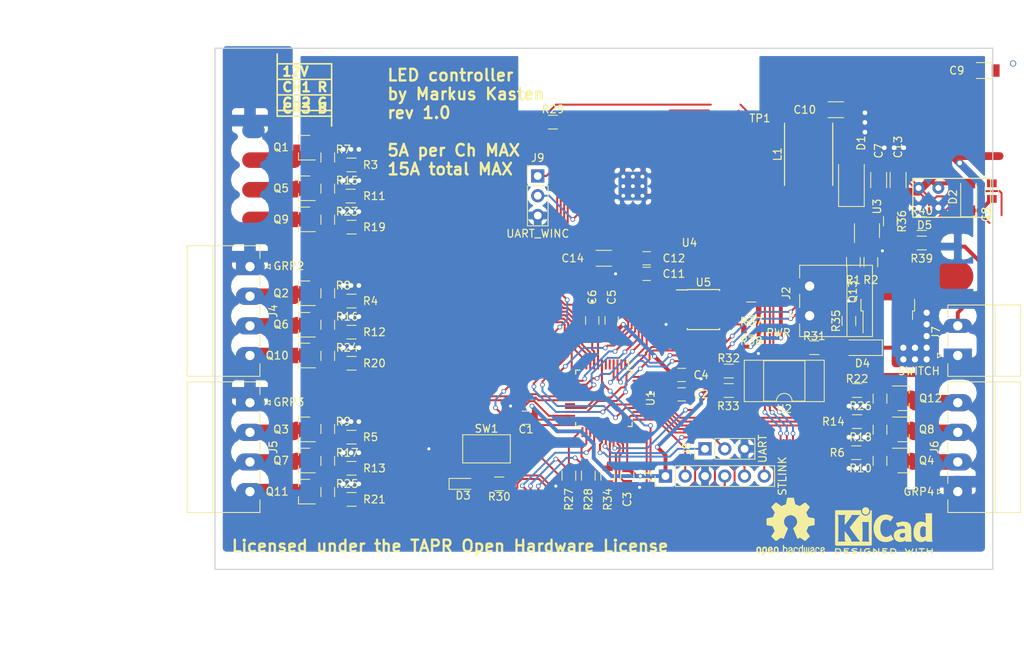
<source format=kicad_pcb>
(kicad_pcb (version 20171130) (host pcbnew "(5.1.6-0-10_14)")
  (layers (0 F.Cu signal) (31 B.Cu signal) (34 B.Paste user) (35 F.Paste user) (36 B.SilkS user) (37 F.SilkS user) (38 B.Mask user) (39 F.Mask user) (44 Edge.Cuts user))
  (net 0 "")
  (net 1 +12V)
  (net 2 GND)
  (net 3 "Net-(J3-Pad2)")
  (net 4 "Net-(J3-Pad3)")
  (net 5 "Net-(J3-Pad4)")
  (net 6 "Net-(J4-Pad2)")
  (net 7 "Net-(J4-Pad3)")
  (net 8 "Net-(J4-Pad4)")
  (net 9 "Net-(J5-Pad2)")
  (net 10 "Net-(J5-Pad3)")
  (net 11 "Net-(J5-Pad4)")
  (net 12 +3V3)
  (net 13 /MCU/NRST)
  (net 14 "Net-(U1-Pad2)")
  (net 15 "Net-(U1-Pad5)")
  (net 16 "Net-(U1-Pad6)")
  (net 17 "Net-(U1-Pad20)")
  (net 18 "Net-(U1-Pad29)")
  (net 19 /MCU/SWDIO)
  (net 20 /MCU/SWCLK)
  (net 21 /MCU/SWO)
  (net 22 "Net-(J6-Pad3)")
  (net 23 "Net-(Q1-Pad1)")
  (net 24 "Net-(Q7-Pad1)")
  (net 25 "Net-(Q3-Pad1)")
  (net 26 "Net-(Q5-Pad1)")
  (net 27 /LED_driver/CH1)
  (net 28 /LED_driver/CH2)
  (net 29 /LED_driver/CH3)
  (net 30 "Net-(C8-Pad1)")
  (net 31 "Net-(C8-Pad2)")
  (net 32 /MCU/SPI_CS)
  (net 33 /MCU/SPI_SCK)
  (net 34 /MCU/SPI_MISO)
  (net 35 /MCU/SPI_MOSI)
  (net 36 /MCU/UART_TX)
  (net 37 /MCU/UART_RX)
  (net 38 "Net-(R1-Pad2)")
  (net 39 "Net-(J7-Pad1)")
  (net 40 "Net-(J6-Pad2)")
  (net 41 "Net-(J6-Pad4)")
  (net 42 "Net-(Q2-Pad1)")
  (net 43 "Net-(Q4-Pad1)")
  (net 44 "Net-(Q6-Pad1)")
  (net 45 "Net-(Q8-Pad1)")
  (net 46 "Net-(Q9-Pad1)")
  (net 47 "Net-(Q10-Pad1)")
  (net 48 "Net-(Q11-Pad1)")
  (net 49 "Net-(Q12-Pad1)")
  (net 50 /LED_driver/CH4)
  (net 51 /LED_driver/CH10)
  (net 52 /LED_driver/CH5)
  (net 53 /LED_driver/CH8)
  (net 54 /LED_driver/CH11)
  (net 55 /LED_driver/CH6)
  (net 56 /LED_driver/CH9)
  (net 57 /LED_driver/CH12)
  (net 58 /ethernet/UART_RX)
  (net 59 "Net-(U4-Pad1)")
  (net 60 "Net-(U4-Pad2)")
  (net 61 "Net-(U4-Pad3)")
  (net 62 /ethernet/UART_TX)
  (net 63 "Net-(R29-Pad2)")
  (net 64 "Net-(U4-Pad21)")
  (net 65 /ethernet/ENABLE)
  (net 66 "Net-(C11-Pad1)")
  (net 67 "Net-(U4-Pad26)")
  (net 68 "Net-(U4-Pad27)")
  (net 69 /MCU/ETH_RESET)
  (net 70 /MCU/ETH_IRQ)
  (net 71 /MCU/ETH_WAKE)
  (net 72 "Net-(D3-Pad2)")
  (net 73 "Net-(R30-Pad1)")
  (net 74 "Net-(R31-Pad2)")
  (net 75 "Net-(R32-Pad2)")
  (net 76 "Net-(R33-Pad1)")
  (net 77 /LED_driver/CH7)
  (net 78 "Net-(R34-Pad1)")
  (net 79 "Net-(R34-Pad2)")
  (net 80 "Net-(D4-Pad2)")
  (net 81 /Power/12V_IN)
  (net 82 /MCU/I2C_SCL)
  (net 83 /MCU/I2C_SDA)
  (net 84 "Net-(U5-Pad1)")
  (net 85 "Net-(U5-Pad2)")
  (net 86 "Net-(U5-Pad3)")
  (net 87 "Net-(R36-Pad1)")
  (net 88 "Net-(D5-Pad1)")
  (net 89 "Net-(D5-Pad2)")
  (net 90 "Net-(R39-Pad1)")
  (net 91 "Net-(R40-Pad1)")
  (net 92 "Net-(U4-Pad25)")
  (module Resistors_SMD:R_0805 (layer F.Cu) (at 134.5 55.05 90)
    (fp_text reference R23 (at 1.05 2.5 180) (layer F.SilkS))
    (fp_text value 100k)
    (pad 1 smd rect (at -0.95 0 90) (size 0.7 1.3) (layers F.Cu F.Paste F.Mask) (net 46 "Net-(Q9-Pad1)"))
    (pad 2 smd rect (at 0.95 0 90) (size 0.7 1.3) (layers F.Cu F.Paste F.Mask) (net 2 GND))
  )
  (module Resistors_SMD:R_0805 (layer F.Cu) (at 134.5 51.05 90)
    (fp_text reference R15 (at 1.05 2.5 180) (layer F.SilkS))
    (fp_text value 100k)
    (pad 1 smd rect (at -0.95 0 90) (size 0.7 1.3) (layers F.Cu F.Paste F.Mask) (net 26 "Net-(Q5-Pad1)"))
    (pad 2 smd rect (at 0.95 0 90) (size 0.7 1.3) (layers F.Cu F.Paste F.Mask) (net 2 GND))
  )
  (module Resistors_SMD:R_0805 (layer F.Cu) (at 137.55 56)
    (fp_text reference R19 (at 2.95 0) (layer F.SilkS))
    (fp_text value 100)
    (pad 1 smd rect (at -0.95 0) (size 0.7 1.3) (layers F.Cu F.Paste F.Mask) (net 46 "Net-(Q9-Pad1)"))
    (pad 2 smd rect (at 0.95 0) (size 0.7 1.3) (layers F.Cu F.Paste F.Mask) (net 29 /LED_driver/CH3))
  )
  (module TO_SOT_Packages_SMD:SOT-23 (layer F.Cu) (at 131.5 51 180)
    (fp_text reference Q5 (at 3 0 180) (layer F.SilkS))
    (fp_text value Q_NMOS_GSD)
    (pad 1 smd rect (at -1 -0.95 180) (size 0.9 0.8) (layers F.Cu F.Paste F.Mask) (net 26 "Net-(Q5-Pad1)"))
    (pad 2 smd rect (at -1 0.95 180) (size 0.9 0.8) (layers F.Cu F.Paste F.Mask) (net 2 GND))
    (pad 3 smd rect (at 1 0 180) (size 0.9 0.8) (layers F.Cu F.Paste F.Mask) (net 4 "Net-(J3-Pad3)"))
  )
  (module Resistors_SMD:R_0805 (layer F.Cu) (at 137.55 48)
    (fp_text reference R3 (at 2.45 0) (layer F.SilkS))
    (fp_text value 100)
    (pad 1 smd rect (at -0.95 0) (size 0.7 1.3) (layers F.Cu F.Paste F.Mask) (net 23 "Net-(Q1-Pad1)"))
    (pad 2 smd rect (at 0.95 0) (size 0.7 1.3) (layers F.Cu F.Paste F.Mask) (net 27 /LED_driver/CH1))
  )
  (module Resistors_SMD:R_0805 (layer F.Cu) (at 134.5 47.05 90)
    (fp_text reference R7 (at 1.05 2 180) (layer F.SilkS))
    (fp_text value 100k)
    (pad 1 smd rect (at -0.95 0 90) (size 0.7 1.3) (layers F.Cu F.Paste F.Mask) (net 23 "Net-(Q1-Pad1)"))
    (pad 2 smd rect (at 0.95 0 90) (size 0.7 1.3) (layers F.Cu F.Paste F.Mask) (net 2 GND))
  )
  (module Resistors_SMD:R_0805 (layer F.Cu) (at 137.45 52)
    (fp_text reference R11 (at 3.05 0) (layer F.SilkS))
    (fp_text value 100)
    (pad 1 smd rect (at -0.95 0) (size 0.7 1.3) (layers F.Cu F.Paste F.Mask) (net 26 "Net-(Q5-Pad1)"))
    (pad 2 smd rect (at 0.95 0) (size 0.7 1.3) (layers F.Cu F.Paste F.Mask) (net 28 /LED_driver/CH2))
  )
  (module TO_SOT_Packages_SMD:SOT-23 (layer F.Cu) (at 131.5 55 180)
    (fp_text reference Q9 (at 3 0 180) (layer F.SilkS))
    (fp_text value Q_NMOS_GSD)
    (pad 1 smd rect (at -1 -0.95 180) (size 0.9 0.8) (layers F.Cu F.Paste F.Mask) (net 46 "Net-(Q9-Pad1)"))
    (pad 2 smd rect (at -1 0.95 180) (size 0.9 0.8) (layers F.Cu F.Paste F.Mask) (net 2 GND))
    (pad 3 smd rect (at 1 0 180) (size 0.9 0.8) (layers F.Cu F.Paste F.Mask) (net 5 "Net-(J3-Pad4)"))
  )
  (module TO_SOT_Packages_SMD:SOT-23 (layer F.Cu) (at 131.5 45.78 180)
    (fp_text reference Q1 (at 3 0.05 180) (layer F.SilkS))
    (fp_text value Q_NMOS_GSD)
    (pad 1 smd rect (at -1 -0.95 180) (size 0.9 0.8) (layers F.Cu F.Paste F.Mask) (net 23 "Net-(Q1-Pad1)"))
    (pad 2 smd rect (at -1 0.95 180) (size 0.9 0.8) (layers F.Cu F.Paste F.Mask) (net 2 GND))
    (pad 3 smd rect (at 1 0 180) (size 0.9 0.8) (layers F.Cu F.Paste F.Mask) (net 3 "Net-(J3-Pad2)"))
  )
  (module TO_SOT_Packages_SMD:SOT-23-6 (layer F.Cu) (at 203.826053 56.444241 90)
    (fp_text reference U3 (at 3.1 1.3 90) (layer F.SilkS))
    (fp_text value MCP16301)
    (pad 1 smd rect (at -1.1 -0.95 90) (size 1.06 0.65) (layers F.Cu F.Paste F.Mask) (net 30 "Net-(C8-Pad1)"))
    (pad 2 smd rect (at -1.1 0 90) (size 1.06 0.65) (layers F.Cu F.Paste F.Mask) (net 2 GND))
    (pad 3 smd rect (at -1.1 0.95 90) (size 1.06 0.65) (layers F.Cu F.Paste F.Mask) (net 38 "Net-(R1-Pad2)"))
    (pad 4 smd rect (at 1.1 0.95 90) (size 1.06 0.65) (layers F.Cu F.Paste F.Mask) (net 87 "Net-(R36-Pad1)"))
    (pad 6 smd rect (at 1.1 -0.95 90) (size 1.06 0.65) (layers F.Cu F.Paste F.Mask) (net 31 "Net-(C8-Pad2)"))
    (pad 5 smd rect (at 1.1 0 90) (size 1.06 0.65) (layers F.Cu F.Paste F.Mask) (net 1 +12V))
  )
  (module TO_SOT_Packages_SMD:SOT-23 (layer F.Cu) (at 131.5 86 180)
    (fp_text reference Q7 (at 3 0 180) (layer F.SilkS))
    (fp_text value Q_NMOS_GSD)
    (pad 1 smd rect (at -1 -0.95 180) (size 0.9 0.8) (layers F.Cu F.Paste F.Mask) (net 24 "Net-(Q7-Pad1)"))
    (pad 2 smd rect (at -1 0.95 180) (size 0.9 0.8) (layers F.Cu F.Paste F.Mask) (net 2 GND))
    (pad 3 smd rect (at 1 0 180) (size 0.9 0.8) (layers F.Cu F.Paste F.Mask) (net 10 "Net-(J5-Pad3)"))
  )
  (module Pin_Headers:Pin_Header_Straight_1x06_Pitch2.54mm (layer F.Cu) (at 177.92 88 90)
    (fp_text reference J1 (at 0 -2.33 90) (layer F.SilkS))
    (fp_text value STLINK (at 0 15.03 90) (layer F.SilkS))
    (pad 1 thru_hole rect (at 0 0 90) (size 1.7 1.7) (drill 1) (layers *.Cu *.Mask) (net 12 +3V3))
    (pad 2 thru_hole oval (at 0 2.54 90) (size 1.7 1.7) (drill 1) (layers *.Cu *.Mask) (net 20 /MCU/SWCLK))
    (pad 3 thru_hole oval (at 0 5.08 90) (size 1.7 1.7) (drill 1) (layers *.Cu *.Mask) (net 2 GND))
    (pad 4 thru_hole oval (at 0 7.62 90) (size 1.7 1.7) (drill 1) (layers *.Cu *.Mask) (net 19 /MCU/SWDIO))
    (pad 5 thru_hole oval (at 0 10.16 90) (size 1.7 1.7) (drill 1) (layers *.Cu *.Mask) (net 13 /MCU/NRST))
    (pad 6 thru_hole oval (at 0 12.7 90) (size 1.7 1.7) (drill 1) (layers *.Cu *.Mask) (net 21 /MCU/SWO))
  )
  (module Housings_QFP:LQFP-48_7x7mm_Pitch0.5mm (layer F.Cu) (at 170 78 270)
    (fp_text reference U1 (at 0 -6 270) (layer F.SilkS))
    (fp_text value STM32F101C8Tx)
    (pad 1 smd rect (at -4.35 -2.75 270) (size 1.3 0.25) (layers F.Cu F.Paste F.Mask) (net 12 +3V3))
    (pad 2 smd rect (at -4.35 -2.25 270) (size 1.3 0.25) (layers F.Cu F.Paste F.Mask) (net 14 "Net-(U1-Pad2)"))
    (pad 3 smd rect (at -4.35 -1.75 270) (size 1.3 0.25) (layers F.Cu F.Paste F.Mask) (net 90 "Net-(R39-Pad1)"))
    (pad 4 smd rect (at -4.35 -1.25 270) (size 1.3 0.25) (layers F.Cu F.Paste F.Mask) (net 91 "Net-(R40-Pad1)"))
    (pad 5 smd rect (at -4.35 -0.75 270) (size 1.3 0.25) (layers F.Cu F.Paste F.Mask) (net 15 "Net-(U1-Pad5)"))
    (pad 6 smd rect (at -4.35 -0.25 270) (size 1.3 0.25) (layers F.Cu F.Paste F.Mask) (net 16 "Net-(U1-Pad6)"))
    (pad 7 smd rect (at -4.35 0.25 270) (size 1.3 0.25) (layers F.Cu F.Paste F.Mask) (net 13 /MCU/NRST))
    (pad 8 smd rect (at -4.35 0.75 270) (size 1.3 0.25) (layers F.Cu F.Paste F.Mask) (net 2 GND))
    (pad 9 smd rect (at -4.35 1.25 270) (size 1.3 0.25) (layers F.Cu F.Paste F.Mask) (net 12 +3V3))
    (pad 10 smd rect (at -4.35 1.75 270) (size 1.3 0.25) (layers F.Cu F.Paste F.Mask) (net 27 /LED_driver/CH1))
    (pad 11 smd rect (at -4.35 2.25 270) (size 1.3 0.25) (layers F.Cu F.Paste F.Mask) (net 28 /LED_driver/CH2))
    (pad 12 smd rect (at -4.35 2.75 270) (size 1.3 0.25) (layers F.Cu F.Paste F.Mask) (net 29 /LED_driver/CH3))
    (pad 13 smd rect (at -2.75 4.35) (size 1.3 0.25) (layers F.Cu F.Paste F.Mask) (net 50 /LED_driver/CH4))
    (pad 14 smd rect (at -2.25 4.35) (size 1.3 0.25) (layers F.Cu F.Paste F.Mask) (net 32 /MCU/SPI_CS))
    (pad 15 smd rect (at -1.75 4.35) (size 1.3 0.25) (layers F.Cu F.Paste F.Mask) (net 33 /MCU/SPI_SCK))
    (pad 16 smd rect (at -1.25 4.35) (size 1.3 0.25) (layers F.Cu F.Paste F.Mask) (net 34 /MCU/SPI_MISO))
    (pad 17 smd rect (at -0.75 4.35) (size 1.3 0.25) (layers F.Cu F.Paste F.Mask) (net 35 /MCU/SPI_MOSI))
    (pad 18 smd rect (at -0.25 4.35) (size 1.3 0.25) (layers F.Cu F.Paste F.Mask) (net 77 /LED_driver/CH7))
    (pad 19 smd rect (at 0.25 4.35) (size 1.3 0.25) (layers F.Cu F.Paste F.Mask) (net 53 /LED_driver/CH8))
    (pad 20 smd rect (at 0.75 4.35) (size 1.3 0.25) (layers F.Cu F.Paste F.Mask) (net 17 "Net-(U1-Pad20)"))
    (pad 21 smd rect (at 1.25 4.35) (size 1.3 0.25) (layers F.Cu F.Paste F.Mask) (net 82 /MCU/I2C_SCL))
    (pad 22 smd rect (at 1.75 4.35) (size 1.3 0.25) (layers F.Cu F.Paste F.Mask) (net 83 /MCU/I2C_SDA))
    (pad 23 smd rect (at 2.25 4.35) (size 1.3 0.25) (layers F.Cu F.Paste F.Mask) (net 2 GND))
    (pad 24 smd rect (at 2.75 4.35) (size 1.3 0.25) (layers F.Cu F.Paste F.Mask) (net 12 +3V3))
    (pad 25 smd rect (at 4.35 2.75 270) (size 1.3 0.25) (layers F.Cu F.Paste F.Mask) (net 69 /MCU/ETH_RESET))
    (pad 26 smd rect (at 4.35 2.25 270) (size 1.3 0.25) (layers F.Cu F.Paste F.Mask) (net 65 /ethernet/ENABLE))
    (pad 27 smd rect (at 4.35 1.75 270) (size 1.3 0.25) (layers F.Cu F.Paste F.Mask) (net 70 /MCU/ETH_IRQ))
    (pad 28 smd rect (at 4.35 1.25 270) (size 1.3 0.25) (layers F.Cu F.Paste F.Mask) (net 71 /MCU/ETH_WAKE))
    (pad 29 smd rect (at 4.35 0.75 270) (size 1.3 0.25) (layers F.Cu F.Paste F.Mask) (net 18 "Net-(U1-Pad29)"))
    (pad 30 smd rect (at 4.35 0.25 270) (size 1.3 0.25) (layers F.Cu F.Paste F.Mask) (net 36 /MCU/UART_TX))
    (pad 31 smd rect (at 4.35 -0.25 270) (size 1.3 0.25) (layers F.Cu F.Paste F.Mask) (net 37 /MCU/UART_RX))
    (pad 32 smd rect (at 4.35 -0.75 270) (size 1.3 0.25) (layers F.Cu F.Paste F.Mask) (net 78 "Net-(R34-Pad1)"))
    (pad 33 smd rect (at 4.35 -1.25 270) (size 1.3 0.25) (layers F.Cu F.Paste F.Mask) (net 76 "Net-(R33-Pad1)"))
    (pad 34 smd rect (at 4.35 -1.75 270) (size 1.3 0.25) (layers F.Cu F.Paste F.Mask) (net 19 /MCU/SWDIO))
    (pad 35 smd rect (at 4.35 -2.25 270) (size 1.3 0.25) (layers F.Cu F.Paste F.Mask) (net 2 GND))
    (pad 36 smd rect (at 4.35 -2.75 270) (size 1.3 0.25) (layers F.Cu F.Paste F.Mask) (net 12 +3V3))
    (pad 37 smd rect (at 2.75 -4.35) (size 1.3 0.25) (layers F.Cu F.Paste F.Mask) (net 20 /MCU/SWCLK))
    (pad 38 smd rect (at 2.25 -4.35) (size 1.3 0.25) (layers F.Cu F.Paste F.Mask) (net 73 "Net-(R30-Pad1)"))
    (pad 39 smd rect (at 1.75 -4.35) (size 1.3 0.25) (layers F.Cu F.Paste F.Mask) (net 21 /MCU/SWO))
    (pad 40 smd rect (at 1.25 -4.35) (size 1.3 0.25) (layers F.Cu F.Paste F.Mask) (net 52 /LED_driver/CH5))
    (pad 41 smd rect (at 0.75 -4.35) (size 1.3 0.25) (layers F.Cu F.Paste F.Mask) (net 55 /LED_driver/CH6))
    (pad 42 smd rect (at 0.25 -4.35) (size 1.3 0.25) (layers F.Cu F.Paste F.Mask) (net 56 /LED_driver/CH9))
    (pad 43 smd rect (at -0.25 -4.35) (size 1.3 0.25) (layers F.Cu F.Paste F.Mask) (net 51 /LED_driver/CH10))
    (pad 44 smd rect (at -0.75 -4.35) (size 1.3 0.25) (layers F.Cu F.Paste F.Mask) (net 2 GND))
    (pad 45 smd rect (at -1.25 -4.35) (size 1.3 0.25) (layers F.Cu F.Paste F.Mask) (net 54 /LED_driver/CH11))
    (pad 46 smd rect (at -1.75 -4.35) (size 1.3 0.25) (layers F.Cu F.Paste F.Mask) (net 57 /LED_driver/CH12))
    (pad 47 smd rect (at -2.25 -4.35) (size 1.3 0.25) (layers F.Cu F.Paste F.Mask) (net 2 GND))
    (pad 48 smd rect (at -2.75 -4.35) (size 1.3 0.25) (layers F.Cu F.Paste F.Mask) (net 12 +3V3))
  )
  (module Connectors_Phoenix:PhoenixContact_MC-G_02x3.81mm_Angled (layer F.Cu) (at 196.45 67.39 90)
    (fp_text reference J2 (at 2.905 -3 90) (layer F.SilkS))
    (fp_text value PWR (at -2.19 -4 180) (layer F.SilkS))
    (pad 1 thru_hole rect (at 0 0 90) (size 2.2 3.6) (drill 1.2) (layers *.Cu *.Mask) (net 81 /Power/12V_IN))
    (pad 2 thru_hole oval (at 3.81 0 90) (size 2.2 3.6) (drill 1.2) (layers *.Cu *.Mask) (net 2 GND))
  )
  (module Resistors_SMD:R_0805 (layer F.Cu) (at 137.55 65.5)
    (fp_text reference R4 (at 2.45 0) (layer F.SilkS))
    (fp_text value 100)
    (pad 1 smd rect (at -0.95 0) (size 0.7 1.3) (layers F.Cu F.Paste F.Mask) (net 42 "Net-(Q2-Pad1)"))
    (pad 2 smd rect (at 0.95 0) (size 0.7 1.3) (layers F.Cu F.Paste F.Mask) (net 50 /LED_driver/CH4))
  )
  (module TO_SOT_Packages_SMD:SOT-23 (layer F.Cu) (at 131.5 82 180)
    (fp_text reference Q3 (at 3 0 180) (layer F.SilkS))
    (fp_text value Q_NMOS_GSD)
    (pad 1 smd rect (at -1 -0.95 180) (size 0.9 0.8) (layers F.Cu F.Paste F.Mask) (net 25 "Net-(Q3-Pad1)"))
    (pad 2 smd rect (at -1 0.95 180) (size 0.9 0.8) (layers F.Cu F.Paste F.Mask) (net 2 GND))
    (pad 3 smd rect (at 1 0 180) (size 0.9 0.8) (layers F.Cu F.Paste F.Mask) (net 9 "Net-(J5-Pad2)"))
  )
  (module Capacitors_SMD:C_0805 (layer F.Cu) (at 219.876053 51.364241 90)
    (fp_text reference C8 (at -3 -0.75 90) (layer F.SilkS))
    (fp_text value 100n)
    (pad 1 smd rect (at -1 0 90) (size 1 1.25) (layers F.Cu F.Paste F.Mask) (net 30 "Net-(C8-Pad1)"))
    (pad 2 smd rect (at 1 0 90) (size 1 1.25) (layers F.Cu F.Paste F.Mask) (net 31 "Net-(C8-Pad2)"))
  )
  (module Capacitors_SMD:C_1206 (layer F.Cu) (at 218.876053 35.864241)
    (fp_text reference C9 (at -3.5 0) (layer F.SilkS))
    (fp_text value 10u)
    (pad 1 smd rect (at -1.5 0) (size 1 1.6) (layers F.Cu F.Paste F.Mask) (net 12 +3V3))
    (pad 2 smd rect (at 1.5 0) (size 1 1.6) (layers F.Cu F.Paste F.Mask) (net 2 GND))
  )
  (module Capacitors_SMD:C_1206 (layer F.Cu) (at 199.826053 40.904241)
    (fp_text reference C10 (at -4 0) (layer F.SilkS))
    (fp_text value 10u)
    (pad 1 smd rect (at -1.5 0) (size 1 1.6) (layers F.Cu F.Paste F.Mask) (net 12 +3V3))
    (pad 2 smd rect (at 1.5 0) (size 1 1.6) (layers F.Cu F.Paste F.Mask) (net 2 GND))
  )
  (module Diodes_SMD:D_SMA (layer F.Cu) (at 201.826053 49.944241 90)
    (fp_text reference D1 (at 4.75 1.25 90) (layer F.SilkS))
    (fp_text value "1A 40V")
    (pad 1 smd rect (at -2 0 90) (size 2.5 1.8) (layers F.Cu F.Paste F.Mask) (net 31 "Net-(C8-Pad2)"))
    (pad 2 smd rect (at 2 0 90) (size 2.5 1.8) (layers F.Cu F.Paste F.Mask) (net 2 GND))
  )
  (module Resistors_SMD:R_0805 (layer F.Cu) (at 202.076053 60.494241 270)
    (fp_text reference R1 (at 2.295759 0.016053) (layer F.SilkS))
    (fp_text value 31.2k)
    (pad 1 smd rect (at -0.95 0 270) (size 0.7 1.3) (layers F.Cu F.Paste F.Mask) (net 12 +3V3))
    (pad 2 smd rect (at 0.95 0 270) (size 0.7 1.3) (layers F.Cu F.Paste F.Mask) (net 38 "Net-(R1-Pad2)"))
  )
  (module Resistors_SMD:R_0805 (layer F.Cu) (at 204.326053 60.494241 90)
    (fp_text reference R2 (at -2.295759 0 180) (layer F.SilkS))
    (fp_text value 10k)
    (pad 1 smd rect (at -0.95 0 90) (size 0.7 1.3) (layers F.Cu F.Paste F.Mask) (net 38 "Net-(R1-Pad2)"))
    (pad 2 smd rect (at 0.95 0 90) (size 0.7 1.3) (layers F.Cu F.Paste F.Mask) (net 2 GND))
  )
  (module TO_SOT_Packages_SMD:SOT-23 (layer F.Cu) (at 131.5 64.5 180)
    (fp_text reference Q2 (at 3 0 180) (layer F.SilkS))
    (fp_text value Q_NMOS_GSD)
    (pad 1 smd rect (at -1 -0.95 180) (size 0.9 0.8) (layers F.Cu F.Paste F.Mask) (net 42 "Net-(Q2-Pad1)"))
    (pad 2 smd rect (at -1 0.95 180) (size 0.9 0.8) (layers F.Cu F.Paste F.Mask) (net 2 GND))
    (pad 3 smd rect (at 1 0 180) (size 0.9 0.8) (layers F.Cu F.Paste F.Mask) (net 6 "Net-(J4-Pad2)"))
  )
  (module TO_SOT_Packages_SMD:SOT-23 (layer F.Cu) (at 208.5 86)
    (fp_text reference Q4 (at 3 0) (layer F.SilkS))
    (fp_text value Q_NMOS_GSD)
    (pad 1 smd rect (at -1 -0.95) (size 0.9 0.8) (layers F.Cu F.Paste F.Mask) (net 43 "Net-(Q4-Pad1)"))
    (pad 2 smd rect (at -1 0.95) (size 0.9 0.8) (layers F.Cu F.Paste F.Mask) (net 2 GND))
    (pad 3 smd rect (at 1 0) (size 0.9 0.8) (layers F.Cu F.Paste F.Mask) (net 40 "Net-(J6-Pad2)"))
  )
  (module TO_SOT_Packages_SMD:SOT-23 (layer F.Cu) (at 131.5 68.55 180)
    (fp_text reference Q6 (at 3 0.05 180) (layer F.SilkS))
    (fp_text value Q_NMOS_GSD)
    (pad 1 smd rect (at -1 -0.95 180) (size 0.9 0.8) (layers F.Cu F.Paste F.Mask) (net 44 "Net-(Q6-Pad1)"))
    (pad 2 smd rect (at -1 0.95 180) (size 0.9 0.8) (layers F.Cu F.Paste F.Mask) (net 2 GND))
    (pad 3 smd rect (at 1 0 180) (size 0.9 0.8) (layers F.Cu F.Paste F.Mask) (net 7 "Net-(J4-Pad3)"))
  )
  (module TO_SOT_Packages_SMD:SOT-23 (layer F.Cu) (at 208.5 82)
    (fp_text reference Q8 (at 3 0) (layer F.SilkS))
    (fp_text value Q_NMOS_GSD)
    (pad 1 smd rect (at -1 -0.95) (size 0.9 0.8) (layers F.Cu F.Paste F.Mask) (net 45 "Net-(Q8-Pad1)"))
    (pad 2 smd rect (at -1 0.95) (size 0.9 0.8) (layers F.Cu F.Paste F.Mask) (net 2 GND))
    (pad 3 smd rect (at 1 0) (size 0.9 0.8) (layers F.Cu F.Paste F.Mask) (net 22 "Net-(J6-Pad3)"))
  )
  (module Connectors_Phoenix:PhoenixContact_MC-G_04x3.81mm_Angled (layer F.Cu) (at 124.5 61.07 270)
    (fp_text reference J4 (at 5.715 -3 270) (layer F.SilkS))
    (fp_text value GRP2 (at -0.07 -5) (layer F.SilkS))
    (pad 1 thru_hole rect (at 0 0 270) (size 2.2 3.6) (drill 1.2) (layers *.Cu *.Mask) (net 1 +12V))
    (pad 2 thru_hole oval (at 3.81 0 270) (size 2.2 3.6) (drill 1.2) (layers *.Cu *.Mask) (net 6 "Net-(J4-Pad2)"))
    (pad 3 thru_hole oval (at 7.62 0 270) (size 2.2 3.6) (drill 1.2) (layers *.Cu *.Mask) (net 7 "Net-(J4-Pad3)"))
    (pad 4 thru_hole oval (at 11.43 0 270) (size 2.2 3.6) (drill 1.2) (layers *.Cu *.Mask) (net 8 "Net-(J4-Pad4)"))
  )
  (module Connectors_Phoenix:PhoenixContact_MC-G_04x3.81mm_Angled (layer F.Cu) (at 124.5 78.57 270)
    (fp_text reference J5 (at 5.715 -3 270) (layer F.SilkS))
    (fp_text value GRP3 (at -0.07 -5) (layer F.SilkS))
    (pad 1 thru_hole rect (at 0 0 270) (size 2.2 3.6) (drill 1.2) (layers *.Cu *.Mask) (net 1 +12V))
    (pad 2 thru_hole oval (at 3.81 0 270) (size 2.2 3.6) (drill 1.2) (layers *.Cu *.Mask) (net 9 "Net-(J5-Pad2)"))
    (pad 3 thru_hole oval (at 7.62 0 270) (size 2.2 3.6) (drill 1.2) (layers *.Cu *.Mask) (net 10 "Net-(J5-Pad3)"))
    (pad 4 thru_hole oval (at 11.43 0 270) (size 2.2 3.6) (drill 1.2) (layers *.Cu *.Mask) (net 11 "Net-(J5-Pad4)"))
  )
  (module Connectors_Phoenix:PhoenixContact_MC-G_04x3.81mm_Angled (layer F.Cu) (at 215.5 90 90)
    (fp_text reference J6 (at 5.715 -3 90) (layer F.SilkS))
    (fp_text value GRP4 (at 0 -5 180) (layer F.SilkS))
    (pad 1 thru_hole rect (at 0 0 90) (size 2.2 3.6) (drill 1.2) (layers *.Cu *.Mask) (net 1 +12V))
    (pad 2 thru_hole oval (at 3.81 0 90) (size 2.2 3.6) (drill 1.2) (layers *.Cu *.Mask) (net 40 "Net-(J6-Pad2)"))
    (pad 3 thru_hole oval (at 7.62 0 90) (size 2.2 3.6) (drill 1.2) (layers *.Cu *.Mask) (net 22 "Net-(J6-Pad3)"))
    (pad 4 thru_hole oval (at 11.43 0 90) (size 2.2 3.6) (drill 1.2) (layers *.Cu *.Mask) (net 41 "Net-(J6-Pad4)"))
  )
  (module TO_SOT_Packages_SMD:SOT-23 (layer F.Cu) (at 131.5 72.5 180)
    (fp_text reference Q10 (at 3.5 0 180) (layer F.SilkS))
    (fp_text value Q_NMOS_GSD)
    (pad 1 smd rect (at -1 -0.95 180) (size 0.9 0.8) (layers F.Cu F.Paste F.Mask) (net 47 "Net-(Q10-Pad1)"))
    (pad 2 smd rect (at -1 0.95 180) (size 0.9 0.8) (layers F.Cu F.Paste F.Mask) (net 2 GND))
    (pad 3 smd rect (at 1 0 180) (size 0.9 0.8) (layers F.Cu F.Paste F.Mask) (net 8 "Net-(J4-Pad4)"))
  )
  (module TO_SOT_Packages_SMD:SOT-23 (layer F.Cu) (at 131.5 90 180)
    (fp_text reference Q11 (at 3.5 0 180) (layer F.SilkS))
    (fp_text value Q_NMOS_GSD)
    (pad 1 smd rect (at -1 -0.95 180) (size 0.9 0.8) (layers F.Cu F.Paste F.Mask) (net 48 "Net-(Q11-Pad1)"))
    (pad 2 smd rect (at -1 0.95 180) (size 0.9 0.8) (layers F.Cu F.Paste F.Mask) (net 2 GND))
    (pad 3 smd rect (at 1 0 180) (size 0.9 0.8) (layers F.Cu F.Paste F.Mask) (net 11 "Net-(J5-Pad4)"))
  )
  (module TO_SOT_Packages_SMD:SOT-23 (layer F.Cu) (at 208.5 78)
    (fp_text reference Q12 (at 3.5 0) (layer F.SilkS))
    (fp_text value Q_NMOS_GSD)
    (pad 1 smd rect (at -1 -0.95) (size 0.9 0.8) (layers F.Cu F.Paste F.Mask) (net 49 "Net-(Q12-Pad1)"))
    (pad 2 smd rect (at -1 0.95) (size 0.9 0.8) (layers F.Cu F.Paste F.Mask) (net 2 GND))
    (pad 3 smd rect (at 1 0) (size 0.9 0.8) (layers F.Cu F.Paste F.Mask) (net 41 "Net-(J6-Pad4)"))
  )
  (module Resistors_SMD:R_0805 (layer F.Cu) (at 137.55 83)
    (fp_text reference R5 (at 2.45 0) (layer F.SilkS))
    (fp_text value 100)
    (pad 1 smd rect (at -0.95 0) (size 0.7 1.3) (layers F.Cu F.Paste F.Mask) (net 25 "Net-(Q3-Pad1)"))
    (pad 2 smd rect (at 0.95 0) (size 0.7 1.3) (layers F.Cu F.Paste F.Mask) (net 77 /LED_driver/CH7))
  )
  (module Resistors_SMD:R_0805 (layer F.Cu) (at 202.45 85 180)
    (fp_text reference R6 (at 2.45 0 180) (layer F.SilkS))
    (fp_text value 100)
    (pad 1 smd rect (at -0.95 0 180) (size 0.7 1.3) (layers F.Cu F.Paste F.Mask) (net 43 "Net-(Q4-Pad1)"))
    (pad 2 smd rect (at 0.95 0 180) (size 0.7 1.3) (layers F.Cu F.Paste F.Mask) (net 51 /LED_driver/CH10))
  )
  (module Resistors_SMD:R_0805 (layer F.Cu) (at 134.5 64.5 90)
    (fp_text reference R8 (at 1 2 180) (layer F.SilkS))
    (fp_text value 100k)
    (pad 1 smd rect (at -0.95 0 90) (size 0.7 1.3) (layers F.Cu F.Paste F.Mask) (net 42 "Net-(Q2-Pad1)"))
    (pad 2 smd rect (at 0.95 0 90) (size 0.7 1.3) (layers F.Cu F.Paste F.Mask) (net 2 GND))
  )
  (module Resistors_SMD:R_0805 (layer F.Cu) (at 134.5 81.95 90)
    (fp_text reference R9 (at 0.95 2 180) (layer F.SilkS))
    (fp_text value 100k)
    (pad 1 smd rect (at -0.95 0 90) (size 0.7 1.3) (layers F.Cu F.Paste F.Mask) (net 25 "Net-(Q3-Pad1)"))
    (pad 2 smd rect (at 0.95 0 90) (size 0.7 1.3) (layers F.Cu F.Paste F.Mask) (net 2 GND))
  )
  (module Resistors_SMD:R_0805 (layer F.Cu) (at 205.5 86.05 270)
    (fp_text reference R10 (at 0.95 2.5) (layer F.SilkS))
    (fp_text value 100k)
    (pad 1 smd rect (at -0.95 0 270) (size 0.7 1.3) (layers F.Cu F.Paste F.Mask) (net 43 "Net-(Q4-Pad1)"))
    (pad 2 smd rect (at 0.95 0 270) (size 0.7 1.3) (layers F.Cu F.Paste F.Mask) (net 2 GND))
  )
  (module Resistors_SMD:R_0805 (layer F.Cu) (at 137.55 69.5)
    (fp_text reference R12 (at 2.95 0) (layer F.SilkS))
    (fp_text value 100)
    (pad 1 smd rect (at -0.95 0) (size 0.7 1.3) (layers F.Cu F.Paste F.Mask) (net 44 "Net-(Q6-Pad1)"))
    (pad 2 smd rect (at 0.95 0) (size 0.7 1.3) (layers F.Cu F.Paste F.Mask) (net 52 /LED_driver/CH5))
  )
  (module Resistors_SMD:R_0805 (layer F.Cu) (at 137.55 87)
    (fp_text reference R13 (at 2.95 0) (layer F.SilkS))
    (fp_text value 100)
    (pad 1 smd rect (at -0.95 0) (size 0.7 1.3) (layers F.Cu F.Paste F.Mask) (net 24 "Net-(Q7-Pad1)"))
    (pad 2 smd rect (at 0.95 0) (size 0.7 1.3) (layers F.Cu F.Paste F.Mask) (net 53 /LED_driver/CH8))
  )
  (module Resistors_SMD:R_0805 (layer F.Cu) (at 202.55 81 180)
    (fp_text reference R14 (at 3.05 0 180) (layer F.SilkS))
    (fp_text value 100)
    (pad 1 smd rect (at -0.95 0 180) (size 0.7 1.3) (layers F.Cu F.Paste F.Mask) (net 45 "Net-(Q8-Pad1)"))
    (pad 2 smd rect (at 0.95 0 180) (size 0.7 1.3) (layers F.Cu F.Paste F.Mask) (net 54 /LED_driver/CH11))
  )
  (module Resistors_SMD:R_0805 (layer F.Cu) (at 134.5 68.55 90)
    (fp_text reference R16 (at 1.05 2.5 180) (layer F.SilkS))
    (fp_text value 100k)
    (pad 1 smd rect (at -0.95 0 90) (size 0.7 1.3) (layers F.Cu F.Paste F.Mask) (net 44 "Net-(Q6-Pad1)"))
    (pad 2 smd rect (at 0.95 0 90) (size 0.7 1.3) (layers F.Cu F.Paste F.Mask) (net 2 GND))
  )
  (module Resistors_SMD:R_0805 (layer F.Cu) (at 134.5 86.05 90)
    (fp_text reference R17 (at 1.05 2.5 180) (layer F.SilkS))
    (fp_text value 100k)
    (pad 1 smd rect (at -0.95 0 90) (size 0.7 1.3) (layers F.Cu F.Paste F.Mask) (net 24 "Net-(Q7-Pad1)"))
    (pad 2 smd rect (at 0.95 0 90) (size 0.7 1.3) (layers F.Cu F.Paste F.Mask) (net 2 GND))
  )
  (module Resistors_SMD:R_0805 (layer F.Cu) (at 205.5 82.05 270)
    (fp_text reference R18 (at 0.95 2.5) (layer F.SilkS))
    (fp_text value 100k)
    (pad 1 smd rect (at -0.95 0 270) (size 0.7 1.3) (layers F.Cu F.Paste F.Mask) (net 45 "Net-(Q8-Pad1)"))
    (pad 2 smd rect (at 0.95 0 270) (size 0.7 1.3) (layers F.Cu F.Paste F.Mask) (net 2 GND))
  )
  (module Resistors_SMD:R_0805 (layer F.Cu) (at 137.55 73.5)
    (fp_text reference R20 (at 2.95 0) (layer F.SilkS))
    (fp_text value 100)
    (pad 1 smd rect (at -0.95 0) (size 0.7 1.3) (layers F.Cu F.Paste F.Mask) (net 47 "Net-(Q10-Pad1)"))
    (pad 2 smd rect (at 0.95 0) (size 0.7 1.3) (layers F.Cu F.Paste F.Mask) (net 55 /LED_driver/CH6))
  )
  (module Resistors_SMD:R_0805 (layer F.Cu) (at 137.55 91)
    (fp_text reference R21 (at 2.95 0) (layer F.SilkS))
    (fp_text value 100)
    (pad 1 smd rect (at -0.95 0) (size 0.7 1.3) (layers F.Cu F.Paste F.Mask) (net 48 "Net-(Q11-Pad1)"))
    (pad 2 smd rect (at 0.95 0) (size 0.7 1.3) (layers F.Cu F.Paste F.Mask) (net 56 /LED_driver/CH9))
  )
  (module Resistors_SMD:R_0805 (layer F.Cu) (at 202.55 77 180)
    (fp_text reference R22 (at 0 1.5 180) (layer F.SilkS))
    (fp_text value 100)
    (pad 1 smd rect (at -0.95 0 180) (size 0.7 1.3) (layers F.Cu F.Paste F.Mask) (net 49 "Net-(Q12-Pad1)"))
    (pad 2 smd rect (at 0.95 0 180) (size 0.7 1.3) (layers F.Cu F.Paste F.Mask) (net 57 /LED_driver/CH12))
  )
  (module Resistors_SMD:R_0805 (layer F.Cu) (at 134.5 72.55 90)
    (fp_text reference R24 (at 1.05 2.5 180) (layer F.SilkS))
    (fp_text value 100k)
    (pad 1 smd rect (at -0.95 0 90) (size 0.7 1.3) (layers F.Cu F.Paste F.Mask) (net 47 "Net-(Q10-Pad1)"))
    (pad 2 smd rect (at 0.95 0 90) (size 0.7 1.3) (layers F.Cu F.Paste F.Mask) (net 2 GND))
  )
  (module Resistors_SMD:R_0805 (layer F.Cu) (at 134.5 90.05 90)
    (fp_text reference R25 (at 1.05 2.5 180) (layer F.SilkS))
    (fp_text value 100k)
    (pad 1 smd rect (at -0.95 0 90) (size 0.7 1.3) (layers F.Cu F.Paste F.Mask) (net 48 "Net-(Q11-Pad1)"))
    (pad 2 smd rect (at 0.95 0 90) (size 0.7 1.3) (layers F.Cu F.Paste F.Mask) (net 2 GND))
  )
  (module Resistors_SMD:R_0805 (layer F.Cu) (at 205.5 78.05 270)
    (fp_text reference R26 (at 0.95 2.5) (layer F.SilkS))
    (fp_text value 100k)
    (pad 1 smd rect (at -0.95 0 270) (size 0.7 1.3) (layers F.Cu F.Paste F.Mask) (net 49 "Net-(Q12-Pad1)"))
    (pad 2 smd rect (at 0.95 0 270) (size 0.7 1.3) (layers F.Cu F.Paste F.Mask) (net 2 GND))
  )
  (module Capacitors_SMD:C_0805 (layer F.Cu) (at 175.5 62)
    (fp_text reference C11 (at 3.5 0) (layer F.SilkS))
    (fp_text value 10u)
    (pad 1 smd rect (at -1 0) (size 1 1.25) (layers F.Cu F.Paste F.Mask) (net 66 "Net-(C11-Pad1)"))
    (pad 2 smd rect (at 1 0) (size 1 1.25) (layers F.Cu F.Paste F.Mask) (net 2 GND))
  )
  (module Capacitors_SMD:C_0805 (layer F.Cu) (at 175.5 60)
    (fp_text reference C12 (at 3.5 0) (layer F.SilkS))
    (fp_text value 10n)
    (pad 1 smd rect (at -1 0) (size 1 1.25) (layers F.Cu F.Paste F.Mask) (net 66 "Net-(C11-Pad1)"))
    (pad 2 smd rect (at 1 0) (size 1 1.25) (layers F.Cu F.Paste F.Mask) (net 2 GND))
  )
  (module Resistors_SMD:R_0805 (layer F.Cu) (at 165.5 87.95 90)
    (fp_text reference R27 (at -3.05 0 90) (layer F.SilkS))
    (fp_text value 1M)
    (pad 1 smd rect (at -0.95 0 90) (size 0.7 1.3) (layers F.Cu F.Paste F.Mask) (net 2 GND))
    (pad 2 smd rect (at 0.95 0 90) (size 0.7 1.3) (layers F.Cu F.Paste F.Mask) (net 69 /MCU/ETH_RESET))
  )
  (module Resistors_SMD:R_0805 (layer F.Cu) (at 168 87.95 90)
    (fp_text reference R28 (at -3.05 0 90) (layer F.SilkS))
    (fp_text value 1M)
    (pad 1 smd rect (at -0.95 0 90) (size 0.7 1.3) (layers F.Cu F.Paste F.Mask) (net 2 GND))
    (pad 2 smd rect (at 0.95 0 90) (size 0.7 1.3) (layers F.Cu F.Paste F.Mask) (net 65 /ethernet/ENABLE))
  )
  (module Resistors_SMD:R_0805 (layer F.Cu) (at 163.45 42.5)
    (fp_text reference R29 (at 0 -1.65) (layer F.SilkS))
    (fp_text value 1M)
    (pad 1 smd rect (at -0.95 0) (size 0.7 1.3) (layers F.Cu F.Paste F.Mask) (net 12 +3V3))
    (pad 2 smd rect (at 0.95 0) (size 0.7 1.3) (layers F.Cu F.Paste F.Mask) (net 63 "Net-(R29-Pad2)"))
  )
  (module LEDs:LED_0805 (layer F.Cu) (at 151.9 89)
    (fp_text reference D3 (at 0 1.5) (layer F.SilkS))
    (fp_text value LED)
    (pad 2 smd rect (at 1.1 0 180) (size 1.2 1.2) (layers F.Cu F.Paste F.Mask) (net 72 "Net-(D3-Pad2)"))
    (pad 1 smd rect (at -1.1 0 180) (size 1.2 1.2) (layers F.Cu F.Paste F.Mask) (net 2 GND))
  )
  (module Resistors_SMD:R_0805 (layer F.Cu) (at 156.55 89 180)
    (fp_text reference R30 (at 0 -1.65 180) (layer F.SilkS))
    (fp_text value 1k)
    (pad 1 smd rect (at -0.95 0 180) (size 0.7 1.3) (layers F.Cu F.Paste F.Mask) (net 73 "Net-(R30-Pad1)"))
    (pad 2 smd rect (at 0.95 0 180) (size 0.7 1.3) (layers F.Cu F.Paste F.Mask) (net 72 "Net-(D3-Pad2)"))
  )
  (module Measurement_Points:Measurement_Point_Round-SMD-Pad_Small (layer F.Cu) (at 190.06 44)
    (fp_text reference TP1 (at 0 -2) (layer F.SilkS))
    (fp_text value TEST)
    (pad 1 smd circle (at 0 0) (size 1.5 1.5) (layers F.Cu F.Mask) (net 12 +3V3))
  )
  (module Capacitors_SMD:C_0805 (layer F.Cu) (at 160 80.5 180)
    (fp_text reference C1 (at 0 -1.5 180) (layer F.SilkS))
    (fp_text value 100n)
    (pad 1 smd rect (at -1 0 180) (size 1 1.25) (layers F.Cu F.Paste F.Mask) (net 12 +3V3))
    (pad 2 smd rect (at 1 0 180) (size 1 1.25) (layers F.Cu F.Paste F.Mask) (net 2 GND))
  )
  (module Capacitors_SMD:C_0805 (layer F.Cu) (at 180 77.5)
    (fp_text reference C2 (at 2.5 0) (layer F.SilkS))
    (fp_text value 100n)
    (pad 1 smd rect (at -1 0) (size 1 1.25) (layers F.Cu F.Paste F.Mask) (net 12 +3V3))
    (pad 2 smd rect (at 1 0) (size 1 1.25) (layers F.Cu F.Paste F.Mask) (net 2 GND))
  )
  (module Capacitors_SMD:C_0805 (layer F.Cu) (at 173 88 270)
    (fp_text reference C3 (at 3 0 270) (layer F.SilkS))
    (fp_text value 100n)
    (pad 1 smd rect (at -1 0 270) (size 1 1.25) (layers F.Cu F.Paste F.Mask) (net 12 +3V3))
    (pad 2 smd rect (at 1 0 270) (size 1 1.25) (layers F.Cu F.Paste F.Mask) (net 2 GND))
  )
  (module Capacitors_SMD:C_0805 (layer F.Cu) (at 180 75)
    (fp_text reference C4 (at 2.5 0) (layer F.SilkS))
    (fp_text value 4.7u)
    (pad 1 smd rect (at -1 0) (size 1 1.25) (layers F.Cu F.Paste F.Mask) (net 12 +3V3))
    (pad 2 smd rect (at 1 0) (size 1 1.25) (layers F.Cu F.Paste F.Mask) (net 2 GND))
  )
  (module Capacitors_SMD:C_0805 (layer F.Cu) (at 171 68 90)
    (fp_text reference C5 (at 3 0 90) (layer F.SilkS))
    (fp_text value 10n)
    (pad 1 smd rect (at -1 0 90) (size 1 1.25) (layers F.Cu F.Paste F.Mask) (net 12 +3V3))
    (pad 2 smd rect (at 1 0 90) (size 1 1.25) (layers F.Cu F.Paste F.Mask) (net 2 GND))
  )
  (module Connectors_Phoenix:PhoenixContact_MC-G_02x3.81mm_Angled (layer F.Cu) (at 215.5 72.5 90)
    (fp_text reference J7 (at 2.905 -2.8 90) (layer F.SilkS))
    (fp_text value SWITCH (at -2 -5 180) (layer F.SilkS))
    (pad 1 thru_hole rect (at 0 0 90) (size 1.8 3.6) (drill 1.2) (layers *.Cu *.Mask) (net 39 "Net-(J7-Pad1)"))
    (pad 2 thru_hole oval (at 3.81 0 90) (size 1.8 3.6) (drill 1.2) (layers *.Cu *.Mask) (net 2 GND))
  )
  (module Resistors_SMD:R_0805 (layer F.Cu) (at 197.05 71.5 180)
    (fp_text reference R31 (at 0 1.5 180) (layer F.SilkS))
    (fp_text value 1k)
    (pad 1 smd rect (at -0.95 0 180) (size 0.7 1.3) (layers F.Cu F.Paste F.Mask) (net 1 +12V))
    (pad 2 smd rect (at 0.95 0 180) (size 0.7 1.3) (layers F.Cu F.Paste F.Mask) (net 74 "Net-(R31-Pad2)"))
  )
  (module Resistors_SMD:R_0805 (layer F.Cu) (at 186.05 74.5)
    (fp_text reference R32 (at 0 -1.65) (layer F.SilkS))
    (fp_text value 10k)
    (pad 1 smd rect (at -0.95 0) (size 0.7 1.3) (layers F.Cu F.Paste F.Mask) (net 12 +3V3))
    (pad 2 smd rect (at 0.95 0) (size 0.7 1.3) (layers F.Cu F.Paste F.Mask) (net 75 "Net-(R32-Pad2)"))
  )
  (module Resistors_SMD:R_0805 (layer F.Cu) (at 186.05 77)
    (fp_text reference R33 (at -0.05 2) (layer F.SilkS))
    (fp_text value 1k)
    (pad 1 smd rect (at -0.95 0) (size 0.7 1.3) (layers F.Cu F.Paste F.Mask) (net 76 "Net-(R33-Pad1)"))
    (pad 2 smd rect (at 0.95 0) (size 0.7 1.3) (layers F.Cu F.Paste F.Mask) (net 75 "Net-(R32-Pad2)"))
  )
  (module Housings_DIP:DIP-4_W7.62mm_SMDSocket_SmallPads (layer F.Cu) (at 193.19 75.77 180)
    (fp_text reference U2 (at 0 -3.6 180) (layer F.SilkS))
    (fp_text value LTV-814)
    (pad 1 smd rect (at -3.81 -1.27 180) (size 1.6 1.6) (layers F.Cu F.Paste F.Mask) (net 74 "Net-(R31-Pad2)"))
    (pad 3 smd rect (at 3.81 1.27 180) (size 1.6 1.6) (layers F.Cu F.Paste F.Mask) (net 2 GND))
    (pad 2 smd rect (at -3.81 1.27 180) (size 1.6 1.6) (layers F.Cu F.Paste F.Mask) (net 39 "Net-(J7-Pad1)"))
    (pad 4 smd rect (at 3.81 -1.27 180) (size 1.6 1.6) (layers F.Cu F.Paste F.Mask) (net 75 "Net-(R32-Pad2)"))
  )
  (module Resistors_SMD:R_0805 (layer F.Cu) (at 170.5 87.95 270)
    (fp_text reference R34 (at 3.05 0 270) (layer F.SilkS))
    (fp_text value 1k)
    (pad 1 smd rect (at -0.95 0 270) (size 0.7 1.3) (layers F.Cu F.Paste F.Mask) (net 78 "Net-(R34-Pad1)"))
    (pad 2 smd rect (at 0.95 0 270) (size 0.7 1.3) (layers F.Cu F.Paste F.Mask) (net 79 "Net-(R34-Pad2)"))
  )
  (module TO_SOT_Packages_SMD:TO-252-2 (layer F.Cu) (at 206.5 64.3 90)
    (fp_text reference Q13 (at 0 -4.5 90) (layer F.SilkS))
    (fp_text value DMP4015SK3)
    (pad 1 smd rect (at -4.2 -2.28 90) (size 2.2 1.2) (layers F.Cu F.Paste F.Mask) (net 80 "Net-(D4-Pad2)"))
    (pad 3 smd rect (at -4.2 2.28 90) (size 2.2 1.2) (layers F.Cu F.Paste F.Mask) (net 1 +12V))
    (pad 2 smd rect (at 2.1 0 90) (size 6.4 5.8) (layers F.Cu F.Mask) (net 81 /Power/12V_IN))
    (pad 2 smd rect (at 3.775 1.525 90) (size 3.05 2.75) (layers F.Cu F.Paste) (net 81 /Power/12V_IN))
    (pad 2 smd rect (at 0.425 -1.525 90) (size 3.05 2.75) (layers F.Cu F.Paste) (net 81 /Power/12V_IN))
    (pad 2 smd rect (at 3.775 -1.525 90) (size 3.05 2.75) (layers F.Cu F.Paste) (net 81 /Power/12V_IN))
    (pad 2 smd rect (at 0.425 1.525 90) (size 3.05 2.75) (layers F.Cu F.Paste) (net 81 /Power/12V_IN))
  )
  (module Resistors_SMD:R_0805 (layer F.Cu) (at 201.5 68.05 90)
    (fp_text reference R35 (at 0 -1.65 90) (layer F.SilkS))
    (fp_text value 100k)
    (pad 1 smd rect (at -0.95 0 90) (size 0.7 1.3) (layers F.Cu F.Paste F.Mask) (net 80 "Net-(D4-Pad2)"))
    (pad 2 smd rect (at 0.95 0 90) (size 0.7 1.3) (layers F.Cu F.Paste F.Mask) (net 2 GND))
  )
  (module Housings_SOIC:SOIC-8_3.9x4.9mm_Pitch1.27mm (layer F.Cu) (at 182.8 66.595)
    (fp_text reference U5 (at 0 -3.5) (layer F.SilkS))
    (fp_text value 24LC16)
    (pad 1 smd rect (at -2.7 -1.905) (size 1.55 0.6) (layers F.Cu F.Paste F.Mask) (net 84 "Net-(U5-Pad1)"))
    (pad 2 smd rect (at -2.7 -0.635) (size 1.55 0.6) (layers F.Cu F.Paste F.Mask) (net 85 "Net-(U5-Pad2)"))
    (pad 3 smd rect (at -2.7 0.635) (size 1.55 0.6) (layers F.Cu F.Paste F.Mask) (net 86 "Net-(U5-Pad3)"))
    (pad 4 smd rect (at -2.7 1.905) (size 1.55 0.6) (layers F.Cu F.Paste F.Mask) (net 2 GND))
    (pad 5 smd rect (at 2.7 1.905) (size 1.55 0.6) (layers F.Cu F.Paste F.Mask) (net 83 /MCU/I2C_SDA))
    (pad 6 smd rect (at 2.7 0.635) (size 1.55 0.6) (layers F.Cu F.Paste F.Mask) (net 82 /MCU/I2C_SCL))
    (pad 7 smd rect (at 2.7 -0.635) (size 1.55 0.6) (layers F.Cu F.Paste F.Mask) (net 2 GND))
    (pad 8 smd rect (at 2.7 -1.905) (size 1.55 0.6) (layers F.Cu F.Paste F.Mask) (net 12 +3V3))
  )
  (module Capacitors_SMD:C_0805 (layer F.Cu) (at 168.5 68 90)
    (fp_text reference C6 (at 3 0 90) (layer F.SilkS))
    (fp_text value 1u)
    (pad 1 smd rect (at -1 0 90) (size 1 1.25) (layers F.Cu F.Paste F.Mask) (net 12 +3V3))
    (pad 2 smd rect (at 1 0 90) (size 1 1.25) (layers F.Cu F.Paste F.Mask) (net 2 GND))
  )
  (module Buttons_Switches_SMD:SW_SPST_FSMSM (layer F.Cu) (at 154.91 84.5)
    (fp_text reference SW1 (at 0 -2.6) (layer F.SilkS))
    (fp_text value SW_Push)
    (pad 1 smd rect (at -4.59 0) (size 2.18 1.6) (layers F.Cu F.Paste F.Mask) (net 2 GND))
    (pad 2 smd rect (at 4.59 0) (size 2.18 1.6) (layers F.Cu F.Paste F.Mask) (net 79 "Net-(R34-Pad2)"))
  )
  (module Inductors:Inductor_Taiyo-Yuden_NR-60xx_HandSoldering (layer F.Cu) (at 196.326053 46.629241 90)
    (fp_text reference L1 (at 0 -4 90) (layer F.SilkS))
    (fp_text value 15uH)
    (pad 1 smd rect (at -2.775 0 90) (size 2.45 5.9) (layers F.Cu F.Paste F.Mask) (net 31 "Net-(C8-Pad2)"))
    (pad 2 smd rect (at 2.775 0 90) (size 2.45 5.9) (layers F.Cu F.Paste F.Mask) (net 12 +3V3))
  )
  (module Resistors_SMD:R_0805 (layer F.Cu) (at 206.826053 55.244241 90)
    (fp_text reference R36 (at 0 1.5 90) (layer F.SilkS))
    (fp_text value 1M)
    (pad 1 smd rect (at -0.95 0 90) (size 0.7 1.3) (layers F.Cu F.Paste F.Mask) (net 87 "Net-(R36-Pad1)"))
    (pad 2 smd rect (at 0.95 0 90) (size 0.7 1.3) (layers F.Cu F.Paste F.Mask) (net 1 +12V))
  )
  (module Diodes_SMD:D_MiniMELF (layer F.Cu) (at 216.876053 52.114241 90)
    (fp_text reference D2 (at 0 -2 90) (layer F.SilkS))
    (fp_text value D)
    (pad 1 smd rect (at -1.75 0 90) (size 1.3 1.7) (layers F.Cu F.Paste F.Mask) (net 30 "Net-(C8-Pad1)"))
    (pad 2 smd rect (at 1.75 0 90) (size 1.3 1.7) (layers F.Cu F.Paste F.Mask) (net 12 +3V3))
  )
  (module Diodes_SMD:D_MiniMELF (layer F.Cu) (at 203.25 71.5 180)
    (fp_text reference D4 (at 0 -2 180) (layer F.SilkS))
    (fp_text value 10V)
    (pad 1 smd rect (at -1.75 0 180) (size 1.3 1.7) (layers F.Cu F.Paste F.Mask) (net 1 +12V))
    (pad 2 smd rect (at 1.75 0 180) (size 1.3 1.7) (layers F.Cu F.Paste F.Mask) (net 80 "Net-(D4-Pad2)"))
  )
  (module Capacitors_SMD:C_1206 (layer F.Cu) (at 205.326053 49.944241 90)
    (fp_text reference C7 (at 3.75 0 90) (layer F.SilkS))
    (fp_text value 4.7u)
    (pad 1 smd rect (at -1.5 0 90) (size 1 1.6) (layers F.Cu F.Paste F.Mask) (net 1 +12V))
    (pad 2 smd rect (at 1.5 0 90) (size 1 1.6) (layers F.Cu F.Paste F.Mask) (net 2 GND))
  )
  (module Capacitors_SMD:C_1206 (layer F.Cu) (at 207.826053 49.944241 90)
    (fp_text reference C13 (at 4.25 0 90) (layer F.SilkS))
    (fp_text value 4.7u)
    (pad 1 smd rect (at -1.5 0 90) (size 1 1.6) (layers F.Cu F.Paste F.Mask) (net 1 +12V))
    (pad 2 smd rect (at 1.5 0 90) (size 1 1.6) (layers F.Cu F.Paste F.Mask) (net 2 GND))
  )
  (module Resistors_SMD:R_0805 (layer F.Cu) (at 188.95 66.5 180)
    (fp_text reference R37 (at 0 -1.65 180) (layer F.SilkS))
    (fp_text value 10k)
    (pad 1 smd rect (at -0.95 0 180) (size 0.7 1.3) (layers F.Cu F.Paste F.Mask) (net 12 +3V3))
    (pad 2 smd rect (at 0.95 0 180) (size 0.7 1.3) (layers F.Cu F.Paste F.Mask) (net 82 /MCU/I2C_SCL))
  )
  (module Resistors_SMD:R_0805 (layer F.Cu) (at 188.95 69 180)
    (fp_text reference R38 (at 0 -1.65 180) (layer F.SilkS))
    (fp_text value 10k)
    (pad 1 smd rect (at -0.95 0 180) (size 0.7 1.3) (layers F.Cu F.Paste F.Mask) (net 12 +3V3))
    (pad 2 smd rect (at 0.95 0 180) (size 0.7 1.3) (layers F.Cu F.Paste F.Mask) (net 83 /MCU/I2C_SDA))
  )
  (module Symbols:OSHW-Logo2_9.8x8mm_SilkScreen (layer F.Cu) (at 194 94.5)
    (fp_text reference REF*** hide)
    (fp_text value OSHW-Logo2_9.8x8mm_SilkScreen hide)
  )
  (module ATWINC15x0:MEN-1801 (layer F.Cu) (at 211.73 52.23)
    (fp_text reference D5 (at -0.5 3.5) (layer F.SilkS))
    (fp_text value LED_Dual_AACC)
    (pad 1 thru_hole circle (at 1.27 -1.27) (size 1.524 1.524) (drill 0.762) (layers *.Cu *.Mask) (net 88 "Net-(D5-Pad1)"))
    (pad 3 thru_hole circle (at 1.27 1.27) (size 1.524 1.524) (drill 0.762) (layers *.Cu *.Mask) (net 2 GND))
    (pad 4 thru_hole circle (at -1.27 1.27) (size 1.524 1.524) (drill 0.762) (layers *.Cu *.Mask) (net 2 GND))
    (pad 2 thru_hole circle (at -1.27 -1.27) (size 1.524 1.524) (drill 0.762) (layers *.Cu *.Mask) (net 89 "Net-(D5-Pad2)"))
  )
  (module Resistors_SMD:R_0805 (layer F.Cu) (at 210.86 58.04)
    (fp_text reference R39 (at 0 2) (layer F.SilkS))
    (fp_text value 1k)
    (pad 1 smd rect (at -0.95 0) (size 0.7 1.3) (layers F.Cu F.Paste F.Mask) (net 90 "Net-(R39-Pad1)"))
    (pad 2 smd rect (at 0.95 0) (size 0.7 1.3) (layers F.Cu F.Paste F.Mask) (net 89 "Net-(D5-Pad2)"))
  )
  (module Resistors_SMD:R_0805 (layer F.Cu) (at 210.86 55.54)
    (fp_text reference R40 (at 0 -1.65) (layer F.SilkS))
    (fp_text value 1k)
    (pad 1 smd rect (at -0.95 0) (size 0.7 1.3) (layers F.Cu F.Paste F.Mask) (net 91 "Net-(R40-Pad1)"))
    (pad 2 smd rect (at 0.95 0) (size 0.7 1.3) (layers F.Cu F.Paste F.Mask) (net 88 "Net-(D5-Pad1)"))
  )
  (module ATWINC15x0:ATWINC15x0 (layer F.Cu) (at 174.216 47.221)
    (fp_text reference U4 (at 6.784 10.779) (layer F.SilkS))
    (fp_text value ATWINC15x0)
    (pad 19 smd rect (at -7.366 6.096) (size 1.9 0.8) (layers F.Cu F.Paste F.Mask) (net 58 /ethernet/UART_RX))
    (pad 1 smd rect (at 7.366 7.112) (size 1.9 0.8) (layers F.Cu F.Paste F.Mask) (net 59 "Net-(U4-Pad1)"))
    (pad 2 smd rect (at 7.366 6.096) (size 1.9 0.8) (layers F.Cu F.Paste F.Mask) (net 60 "Net-(U4-Pad2)"))
    (pad 3 smd rect (at 7.366 5.08) (size 1.9 0.8) (layers F.Cu F.Paste F.Mask) (net 61 "Net-(U4-Pad3)"))
    (pad 4 smd rect (at 7.366 4.064) (size 1.9 0.8) (layers F.Cu F.Paste F.Mask) (net 69 /MCU/ETH_RESET))
    (pad 18 smd rect (at -7.366 5.08) (size 1.9 0.8) (layers F.Cu F.Paste F.Mask) (net 33 /MCU/SPI_SCK))
    (pad 17 smd rect (at -7.366 4.064) (size 1.9 0.8) (layers F.Cu F.Paste F.Mask) (net 34 /MCU/SPI_MISO))
    (pad 16 smd rect (at -7.366 3.048) (size 1.9 0.8) (layers F.Cu F.Paste F.Mask) (net 32 /MCU/SPI_CS))
    (pad 15 smd rect (at -7.366 2.032) (size 1.9 0.8) (layers F.Cu F.Paste F.Mask) (net 35 /MCU/SPI_MOSI))
    (pad 14 smd rect (at -7.366 1.016) (size 1.9 0.8) (layers F.Cu F.Paste F.Mask) (net 62 /ethernet/UART_TX))
    (pad 13 smd rect (at -7.366 0) (size 1.9 0.8) (layers F.Cu F.Paste F.Mask) (net 70 /MCU/ETH_IRQ))
    (pad 12 smd rect (at -7.366 -1.016) (size 1.9 0.8) (layers F.Cu F.Paste F.Mask) (net 2 GND))
    (pad 11 smd rect (at -7.366 -2.032) (size 1.9 0.8) (layers F.Cu F.Paste F.Mask) (net 71 /MCU/ETH_WAKE))
    (pad 10 smd rect (at -7.366 -3.048) (size 1.9 0.8) (layers F.Cu F.Paste F.Mask) (net 63 "Net-(R29-Pad2)"))
    (pad 20 smd rect (at -5.461 9.779 90) (size 1.9 0.8) (layers F.Cu F.Paste F.Mask) (net 12 +3V3))
    (pad 21 smd rect (at -2.413 9.779 90) (size 1.9 0.8) (layers F.Cu F.Paste F.Mask) (net 64 "Net-(U4-Pad21)"))
    (pad 22 smd rect (at -1.397 9.779 90) (size 1.9 0.8) (layers F.Cu F.Paste F.Mask) (net 65 /ethernet/ENABLE))
    (pad 23 smd rect (at -0.381 9.779 270) (size 1.9 0.8) (layers F.Cu F.Paste F.Mask) (net 12 +3V3))
    (pad 24 smd rect (at 0.635 9.779 90) (size 1.9 0.8) (layers F.Cu F.Paste F.Mask) (net 66 "Net-(C11-Pad1)"))
    (pad 25 smd rect (at 1.651 9.779 90) (size 1.9 0.8) (layers F.Cu F.Paste F.Mask) (net 92 "Net-(U4-Pad25)"))
    (pad 26 smd rect (at 2.667 9.779 90) (size 1.9 0.8) (layers F.Cu F.Paste F.Mask) (net 67 "Net-(U4-Pad26)"))
    (pad 27 smd rect (at 3.683 9.779 90) (size 1.9 0.8) (layers F.Cu F.Paste F.Mask) (net 68 "Net-(U4-Pad27)"))
    (pad 28 smd rect (at 4.699 9.779 90) (size 1.9 0.8) (layers F.Cu F.Paste F.Mask) (net 2 GND))
    (pad 5 smd rect (at 7.366 0) (size 1.9 0.8) (layers F.Cu F.Paste F.Mask))
    (pad 6 smd rect (at 7.366 -2.032) (size 1.9 0.8) (layers F.Cu F.Paste F.Mask))
    (pad 7 smd rect (at 7.366 -3.048) (size 1.9 0.8) (layers F.Cu F.Paste F.Mask))
    (pad 8 smd rect (at 7.366 -4.064) (size 1.9 0.8) (layers F.Cu F.Paste F.Mask))
    (pad 9 smd rect (at 7.366 -5.08) (size 1.9 0.8) (layers F.Cu F.Paste F.Mask) (net 2 GND))
    (pad 29 thru_hole rect (at -0.486 3.509) (size 1.2333 1.2333) (drill 0.5) (layers *.Cu *.Mask F.Paste) (net 2 GND))
    (pad 29 thru_hole rect (at 0.744 3.509) (size 1.2333 1.2333) (drill 0.5) (layers *.Cu *.Mask F.Paste) (net 2 GND))
    (pad 29 thru_hole rect (at 0.744 4.739) (size 1.2333 1.2333) (drill 0.5) (layers *.Cu *.Mask F.Paste) (net 2 GND))
    (pad 29 thru_hole rect (at -0.486 4.739) (size 1.2333 1.2333) (drill 0.5) (layers *.Cu *.Mask F.Paste) (net 2 GND))
    (pad 29 thru_hole rect (at -1.716 4.739) (size 1.2333 1.2333) (drill 0.5) (layers *.Cu *.Mask F.Paste) (net 2 GND))
    (pad 29 thru_hole rect (at -1.716 3.509) (size 1.2333 1.2333) (drill 0.5) (layers *.Cu *.Mask F.Paste) (net 2 GND))
    (pad 29 thru_hole rect (at -1.716 2.279) (size 1.2333 1.2333) (drill 0.5) (layers *.Cu *.Mask F.Paste) (net 2 GND))
    (pad 29 thru_hole rect (at -0.486 2.279) (size 1.2333 1.2333) (drill 0.5) (layers *.Cu *.Mask F.Paste) (net 2 GND))
    (pad 29 thru_hole rect (at 0.744 2.279) (size 1.2333 1.2333) (drill 0.5) (layers *.Cu *.Mask F.Paste) (net 2 GND))
  )
  (module Pin_Headers:Pin_Header_Straight_1x03_Pitch2.54mm (layer F.Cu) (at 183 84.5 90)
    (fp_text reference J8 (at 0 -2.33 90) (layer F.SilkS))
    (fp_text value UART (at 0 7.41 90) (layer F.SilkS))
    (pad 1 thru_hole rect (at 0 0 90) (size 1.7 1.7) (drill 1) (layers *.Cu *.Mask) (net 36 /MCU/UART_TX))
    (pad 2 thru_hole oval (at 0 2.54 90) (size 1.7 1.7) (drill 1) (layers *.Cu *.Mask) (net 37 /MCU/UART_RX))
    (pad 3 thru_hole oval (at 0 5.08 90) (size 1.7 1.7) (drill 1) (layers *.Cu *.Mask) (net 2 GND))
  )
  (module Pin_Headers:Pin_Header_Straight_1x03_Pitch2.54mm (layer F.Cu) (at 161.5 49.42)
    (fp_text reference J9 (at 0 -2.33) (layer F.SilkS))
    (fp_text value UART_WINC (at 0 7.41) (layer F.SilkS))
    (pad 1 thru_hole rect (at 0 0) (size 1.7 1.7) (drill 1) (layers *.Cu *.Mask) (net 62 /ethernet/UART_TX))
    (pad 2 thru_hole oval (at 0 2.54) (size 1.7 1.7) (drill 1) (layers *.Cu *.Mask) (net 58 /ethernet/UART_RX))
    (pad 3 thru_hole oval (at 0 5.08) (size 1.7 1.7) (drill 1) (layers *.Cu *.Mask) (net 2 GND))
  )
  (module Capacitors_SMD:C_1206 (layer F.Cu) (at 170 60)
    (fp_text reference C14 (at -4 0) (layer F.SilkS))
    (fp_text value 10u)
    (pad 1 smd rect (at -1.5 0) (size 1 1.6) (layers F.Cu F.Paste F.Mask) (net 12 +3V3))
    (pad 2 smd rect (at 1.5 0) (size 1 1.6) (layers F.Cu F.Paste F.Mask) (net 2 GND))
  )
  (module Symbols:KiCad-Logo2_6mm_SilkScreen (layer F.Cu) (at 206 95)
    (fp_text reference REF*** hide)
    (fp_text value KiCad-Logo2_6mm_SilkScreen hide)
  )
  (gr_text "CH3 B" (at 128.5 40.73) (layer F.SilkS) (effects (font (size 1.2 1.2) (thickness 0.3)) (justify left)))
  (gr_line (start 135 35) (end 135 43) (layer F.SilkS) (width 0.2))
  (gr_line (start 128 41.73) (end 135 41.73) (layer F.SilkS) (width 0.2))
  (gr_text "Licensed under the TAPR Open Hardware License" (at 122 97) (layer F.SilkS) (effects (font (size 1.5 1.5) (thickness 0.3)) (justify left)))
  (gr_line (start 128 41) (end 135 41) (layer F.SilkS) (width 0.2))
  (gr_line (start 128 39) (end 135 39) (layer F.SilkS) (width 0.2))
  (gr_line (start 128 37) (end 135 37) (layer F.SilkS) (width 0.2))
  (gr_line (start 128 35) (end 135 35) (layer F.SilkS) (width 0.2))
  (gr_text "CH2 G" (at 128.5 40) (layer F.SilkS) (effects (font (size 1.2 1.2) (thickness 0.3)) (justify left)))
  (gr_text "CH1 R\n" (at 128.5 38) (layer F.SilkS) (effects (font (size 1.2 1.2) (thickness 0.3)) (justify left)))
  (gr_text "12V\n" (at 128.5 36) (layer F.SilkS) (effects (font (size 1.2 1.2) (thickness 0.3)) (justify left)))
  (gr_line (start 128 33.73) (end 128 41.73) (layer F.SilkS) (width 0.2))
  (gr_text "LED controller\nby Markus Kasten\nrev 1.0\n\n5A per Ch MAX\n15A total MAX" (at 142 42.5) (layer F.SilkS) (effects (font (size 1.5 1.5) (thickness 0.3)) (justify left)))
  (gr_line (start 220 100) (end 120 100) (layer Edge.Cuts) (width 0.15))
  (gr_line (start 220 33) (end 220 100) (layer Edge.Cuts) (width 0.15))
  (gr_line (start 120 33) (end 220 33) (layer Edge.Cuts) (width 0.15))
  (gr_line (start 120 100) (end 120 33) (layer Edge.Cuts) (width 0.15))
  (segment (start 215.75 47.75) (end 218.5 50.5) (width 1) (layer B.Cu) (net 1))
  (segment (start 218.5 50.5) (end 218.5 66) (width 1) (layer B.Cu) (net 1))
  (segment (start 218.5 66) (end 212.5 66) (width 1) (layer B.Cu) (net 1))
  (segment (start 212.5 66) (end 211.5 67) (width 1) (layer B.Cu) (net 1))
  (segment (start 203.826053 55.344241) (end 203.826053 52.944241) (width 0.5) (layer F.Cu) (net 1))
  (segment (start 203.826053 52.944241) (end 205.326053 51.444241) (width 0.5) (layer F.Cu) (net 1))
  (segment (start 199.2 73) (end 198 71.8) (width 0.5) (layer F.Cu) (net 1))
  (segment (start 198 71.8) (end 198 71.5) (width 0.5) (layer F.Cu) (net 1))
  (segment (start 215.75 47.75) (end 214.904241 46.904241) (width 1) (layer F.Cu) (net 1))
  (segment (start 214.904241 46.904241) (end 208.595759 46.904241) (width 1) (layer F.Cu) (net 1))
  (segment (start 212.405759 49.444241) (end 210.405759 51.444241) (width 1) (layer F.Cu) (net 1))
  (segment (start 210.405759 51.444241) (end 207.826053 51.444241) (width 1) (layer F.Cu) (net 1))
  (via (at 215.75 47.75) (size 0.8) (drill 0.6) (layers F.Cu B.Cu) (net 1))
  (segment (start 205.326053 51.444241) (end 207.826053 51.444241) (width 1) (layer F.Cu) (net 1))
  (segment (start 206.826053 52.644241) (end 206.826053 54.294241) (width 0.25) (layer F.Cu) (net 1))
  (segment (start 206.826053 52.644241) (end 205.626053 51.444241) (width 0.25) (layer F.Cu) (net 1))
  (segment (start 205.626053 51.444241) (end 205.326053 51.444241) (width 0.25) (layer F.Cu) (net 1))
  (segment (start 199.2 73) (end 204.75 73) (width 0.5) (layer F.Cu) (net 1))
  (segment (start 204.75 73) (end 205 72.75) (width 0.5) (layer F.Cu) (net 1))
  (segment (start 205 72.75) (end 205 71.5) (width 0.5) (layer F.Cu) (net 1))
  (segment (start 205 71.5) (end 207.5 71.5) (width 0.5) (layer F.Cu) (net 1))
  (segment (start 208.5 71.5) (end 210 71.5) (width 2) (layer B.Cu) (net 1))
  (via (at 210 71.5) (size 1.4) (drill 0.8) (layers F.Cu B.Cu) (net 1))
  (segment (start 208.5 73) (end 208.5 71.5) (width 2) (layer F.Cu) (net 1))
  (via (at 208.5 71.5) (size 1.4) (drill 0.8) (layers F.Cu B.Cu) (net 1))
  (segment (start 210 73) (end 208.5 73) (width 2) (layer B.Cu) (net 1))
  (via (at 208.5 73) (size 1.4) (drill 0.8) (layers F.Cu B.Cu) (net 1))
  (segment (start 211.5 73) (end 210 73) (width 2) (layer F.Cu) (net 1))
  (via (at 210 73) (size 1.4) (drill 0.8) (layers F.Cu B.Cu) (net 1))
  (via (at 211.5 67) (size 1.4) (drill 0.8) (layers F.Cu B.Cu) (net 1))
  (via (at 211.5 68.5) (size 1.4) (drill 0.8) (layers F.Cu B.Cu) (net 1))
  (via (at 211.5 70) (size 1.4) (drill 0.8) (layers F.Cu B.Cu) (net 1))
  (via (at 211.5 71.5) (size 1.4) (drill 0.8) (layers F.Cu B.Cu) (net 1))
  (via (at 211.5 73) (size 1.4) (drill 0.8) (layers F.Cu B.Cu) (net 1))
  (segment (start 211.5 71.5) (end 211.5 73) (width 2) (layer F.Cu) (net 1))
  (segment (start 211.5 70) (end 211.5 71.5) (width 2) (layer B.Cu) (net 1))
  (segment (start 211.5 68.5) (end 211.5 70) (width 2) (layer F.Cu) (net 1))
  (segment (start 211.5 67) (end 211.5 68.5) (width 2) (layer B.Cu) (net 1))
  (segment (start 208.78 68.5) (end 210 68.5) (width 2) (layer F.Cu) (net 1))
  (segment (start 210 68.5) (end 211.5 67) (width 2) (layer F.Cu) (net 1))
  (segment (start 124.5 61.07) (end 125.4 61.07) (width 2) (layer B.Cu) (net 1))
  (segment (start 125.4 78.57) (end 124.5 78.57) (width 2) (layer B.Cu) (net 1))
  (segment (start 124.5 43.57) (end 125.4 43.57) (width 2) (layer B.Cu) (net 1))
  (segment (start 220.876053 46.864241) (end 215.376053 46.864241) (width 1) (layer F.Cu) (net 1))
  (segment (start 171.5 60) (end 171.5 62) (width 0.5) (layer F.Cu) (net 2))
  (via (at 171.5 62) (size 0.6) (drill 0.4) (layers F.Cu B.Cu) (net 2))
  (segment (start 172.25 83.705103) (end 172.25 83.25) (width 0.25) (layer F.Cu) (net 2))
  (segment (start 172.472917 84.900824) (end 172.472917 83.92802) (width 0.25) (layer F.Cu) (net 2))
  (segment (start 172 85.373741) (end 172.472917 84.900824) (width 0.25) (layer F.Cu) (net 2))
  (segment (start 172.875 89) (end 172 88.125) (width 0.25) (layer F.Cu) (net 2))
  (segment (start 173 89) (end 172.875 89) (width 0.25) (layer F.Cu) (net 2))
  (segment (start 172.472917 83.92802) (end 172.25 83.705103) (width 0.25) (layer F.Cu) (net 2))
  (segment (start 172 88.125) (end 172 85.373741) (width 0.25) (layer F.Cu) (net 2))
  (segment (start 172.25 83.25) (end 172.25 82.35) (width 0.25) (layer F.Cu) (net 2))
  (segment (start 173.73 50.73) (end 174.96 50.73) (width 0.25) (layer F.Cu) (net 2))
  (segment (start 166.85 46.205) (end 170.32165 46.205) (width 0.5) (layer F.Cu) (net 2))
  (segment (start 170.32165 46.205) (end 172.5 48.38335) (width 0.5) (layer F.Cu) (net 2))
  (segment (start 172.5 48.38335) (end 172.5 49.5) (width 0.5) (layer F.Cu) (net 2))
  (segment (start 181.582 42.141) (end 180.132 42.141) (width 0.5) (layer F.Cu) (net 2))
  (segment (start 180.132 42.141) (end 174.96 47.313) (width 0.5) (layer F.Cu) (net 2))
  (segment (start 174.96 48.38335) (end 174.96 49.5) (width 0.5) (layer F.Cu) (net 2))
  (segment (start 174.96 47.313) (end 174.96 48.38335) (width 0.5) (layer F.Cu) (net 2))
  (segment (start 181 75) (end 182 75) (width 0.25) (layer F.Cu) (net 2))
  (segment (start 182 75) (end 182.5 75.5) (width 0.25) (layer F.Cu) (net 2))
  (via (at 182.5 75.5) (size 0.6) (drill 0.4) (layers F.Cu B.Cu) (net 2))
  (segment (start 178.915 58.335) (end 178.915 57) (width 0.25) (layer F.Cu) (net 2))
  (segment (start 205.305759 59.544241) (end 205.81 59.04) (width 0.25) (layer F.Cu) (net 2))
  (via (at 205.81 59.04) (size 0.6) (drill 0.4) (layers F.Cu B.Cu) (net 2))
  (segment (start 204.326053 59.544241) (end 205.305759 59.544241) (width 0.25) (layer F.Cu) (net 2))
  (segment (start 168.5 67) (end 168.5 65.5) (width 0.25) (layer F.Cu) (net 2))
  (via (at 168.5 65.5) (size 0.6) (drill 0.4) (layers F.Cu B.Cu) (net 2))
  (segment (start 205.5 79) (end 207.45 79) (width 1.5) (layer F.Cu) (net 2))
  (segment (start 207.45 79) (end 207.5 78.95) (width 1.5) (layer F.Cu) (net 2))
  (segment (start 205.5 83) (end 207.45 83) (width 1.5) (layer F.Cu) (net 2))
  (segment (start 207.45 83) (end 207.5 82.95) (width 1.5) (layer F.Cu) (net 2))
  (segment (start 205.5 87) (end 207.45 87) (width 1.5) (layer F.Cu) (net 2))
  (segment (start 207.45 87) (end 207.5 86.95) (width 1.5) (layer F.Cu) (net 2))
  (segment (start 164.117151 88.990758) (end 163.817152 89.290757) (width 0.25) (layer F.Cu) (net 2))
  (segment (start 164.207909 88.9) (end 164.117151 88.990758) (width 0.25) (layer F.Cu) (net 2))
  (via (at 163.817152 89.290757) (size 0.6) (drill 0.4) (layers F.Cu B.Cu) (net 2))
  (segment (start 165.5 88.9) (end 164.207909 88.9) (width 0.25) (layer F.Cu) (net 2))
  (segment (start 205.55 78.95) (end 205.5 79) (width 2) (layer F.Cu) (net 2))
  (segment (start 205.55 82.95) (end 205.5 83) (width 2) (layer F.Cu) (net 2))
  (segment (start 205.55 86.95) (end 205.5 87) (width 2) (layer F.Cu) (net 2))
  (segment (start 132.5 71.55) (end 134.45 71.55) (width 1.5) (layer F.Cu) (net 2))
  (segment (start 134.45 71.55) (end 134.5 71.6) (width 1.5) (layer F.Cu) (net 2))
  (segment (start 132.5 67.6) (end 134.5 67.6) (width 1.5) (layer F.Cu) (net 2))
  (segment (start 132.5 63.55) (end 134.5 63.55) (width 1.5) (layer F.Cu) (net 2))
  (segment (start 132.5 81.05) (end 134.45 81.05) (width 1.5) (layer F.Cu) (net 2))
  (segment (start 134.45 81.05) (end 134.5 81) (width 1.5) (layer F.Cu) (net 2))
  (segment (start 132.5 85.05) (end 134.45 85.05) (width 1.5) (layer F.Cu) (net 2))
  (segment (start 134.45 85.05) (end 134.5 85.1) (width 1.5) (layer F.Cu) (net 2))
  (segment (start 132.5 89.05) (end 134.45 89.05) (width 1.5) (layer F.Cu) (net 2))
  (segment (start 134.45 89.05) (end 134.5 89.1) (width 1.5) (layer F.Cu) (net 2))
  (segment (start 159 80.375) (end 159 80.5) (width 0.25) (layer F.Cu) (net 2))
  (segment (start 159.75 79.074996) (end 159.75 79.625) (width 0.25) (layer F.Cu) (net 2))
  (segment (start 159.75 79.625) (end 159 80.375) (width 0.25) (layer F.Cu) (net 2))
  (segment (start 160.449998 78.374998) (end 159.75 79.074996) (width 0.25) (layer F.Cu) (net 2))
  (segment (start 161.050002 78.374998) (end 160.449998 78.374998) (width 0.25) (layer F.Cu) (net 2))
  (segment (start 162.925004 80.25) (end 161.050002 78.374998) (width 0.25) (layer F.Cu) (net 2))
  (segment (start 165.65 80.25) (end 162.925004 80.25) (width 0.25) (layer F.Cu) (net 2))
  (segment (start 169.25 70.67106) (end 171.253944 70.67106) (width 0.25) (layer F.Cu) (net 2))
  (segment (start 171.925004 67) (end 171 67) (width 0.25) (layer F.Cu) (net 2))
  (segment (start 173.125002 68.199998) (end 171.925004 67) (width 0.25) (layer F.Cu) (net 2))
  (segment (start 173.125002 68.800002) (end 173.125002 68.199998) (width 0.25) (layer F.Cu) (net 2))
  (segment (start 169.25 73.65) (end 169.25 70.67106) (width 0.25) (layer F.Cu) (net 2))
  (segment (start 171.253944 70.67106) (end 173.125002 68.800002) (width 0.25) (layer F.Cu) (net 2))
  (segment (start 174.136477 89) (end 174.288715 89.152238) (width 0.25) (layer F.Cu) (net 2))
  (segment (start 174.288715 89.152238) (end 174.588714 89.452237) (width 0.25) (layer F.Cu) (net 2))
  (segment (start 173 89) (end 174.136477 89) (width 0.25) (layer F.Cu) (net 2))
  (via (at 174.588714 89.452237) (size 0.6) (drill 0.4) (layers F.Cu B.Cu) (net 2))
  (segment (start 189.38 72.72734) (end 189.564178 72.543162) (width 0.25) (layer F.Cu) (net 2))
  (segment (start 189.38 74.5) (end 189.38 72.72734) (width 0.25) (layer F.Cu) (net 2))
  (segment (start 189.564178 72.543162) (end 189.864177 72.243163) (width 0.25) (layer F.Cu) (net 2))
  (via (at 189.864177 72.243163) (size 0.6) (drill 0.4) (layers F.Cu B.Cu) (net 2))
  (segment (start 180.08728 78.53772) (end 178.447428 78.53772) (width 0.25) (layer F.Cu) (net 2))
  (segment (start 175.275024 75.724976) (end 175.25 75.75) (width 0.25) (layer F.Cu) (net 2))
  (segment (start 176.672802 75.724976) (end 175.275024 75.724976) (width 0.25) (layer F.Cu) (net 2))
  (segment (start 177.525024 76.577198) (end 176.672802 75.724976) (width 0.25) (layer F.Cu) (net 2))
  (segment (start 181 77.5) (end 181 77.625) (width 0.25) (layer F.Cu) (net 2))
  (segment (start 175.25 75.75) (end 174.35 75.75) (width 0.25) (layer F.Cu) (net 2))
  (segment (start 178.447428 78.53772) (end 177.525024 77.615316) (width 0.25) (layer F.Cu) (net 2))
  (segment (start 177.525024 77.615316) (end 177.525024 76.577198) (width 0.25) (layer F.Cu) (net 2))
  (segment (start 181 77.625) (end 180.08728 78.53772) (width 0.25) (layer F.Cu) (net 2))
  (segment (start 174.35 77.25) (end 176 77.25) (width 0.25) (layer F.Cu) (net 2))
  (via (at 176 77.25) (size 0.6) (drill 0.4) (layers F.Cu B.Cu) (net 2))
  (via (at 158 79) (size 0.6) (drill 0.4) (layers F.Cu B.Cu) (net 2))
  (segment (start 159 80) (end 158 79) (width 0.25) (layer F.Cu) (net 2))
  (segment (start 159 80.5) (end 159 80) (width 0.25) (layer F.Cu) (net 2))
  (segment (start 207.31 45.79) (end 206.06 45.79) (width 0.25) (layer B.Cu) (net 2))
  (via (at 206.06 45.79) (size 0.8) (drill 0.6) (layers F.Cu B.Cu) (net 2))
  (segment (start 208.56 45.79) (end 207.31 45.79) (width 0.25) (layer F.Cu) (net 2))
  (via (at 207.31 45.79) (size 0.8) (drill 0.6) (layers F.Cu B.Cu) (net 2))
  (segment (start 177.25 60) (end 176.5 60) (width 0.25) (layer F.Cu) (net 2))
  (segment (start 178.915 58.335) (end 177.25 60) (width 0.25) (layer F.Cu) (net 2))
  (segment (start 180.1 68.5) (end 178 68.5) (width 0.25) (layer F.Cu) (net 2))
  (via (at 178 68.5) (size 0.6) (drill 0.4) (layers F.Cu B.Cu) (net 2))
  (segment (start 184 66) (end 181.5 68.5) (width 0.25) (layer F.Cu) (net 2))
  (segment (start 181.5 68.5) (end 180.1 68.5) (width 0.25) (layer F.Cu) (net 2))
  (segment (start 184.985 66) (end 184 66) (width 0.25) (layer F.Cu) (net 2))
  (segment (start 185.5 65.96) (end 185.025 65.96) (width 0.25) (layer F.Cu) (net 2))
  (segment (start 185.025 65.96) (end 184.985 66) (width 0.25) (layer F.Cu) (net 2))
  (segment (start 150.32 84.5) (end 147.5 84.5) (width 0.25) (layer F.Cu) (net 2))
  (via (at 147.5 84.5) (size 0.6) (drill 0.4) (layers F.Cu B.Cu) (net 2))
  (segment (start 150.8 89) (end 150.8 84.98) (width 0.25) (layer F.Cu) (net 2))
  (segment (start 150.8 84.98) (end 150.32 84.5) (width 0.25) (layer F.Cu) (net 2))
  (segment (start 165.5 88.9) (end 168 88.9) (width 0.25) (layer F.Cu) (net 2))
  (segment (start 171 67) (end 168.5 67) (width 0.25) (layer F.Cu) (net 2))
  (segment (start 173.125 89) (end 173 89) (width 0.25) (layer F.Cu) (net 2))
  (segment (start 181 75) (end 181 77.5) (width 0.25) (layer F.Cu) (net 2))
  (segment (start 203.56 42.54) (end 203.56 43.79) (width 1) (layer B.Cu) (net 2))
  (via (at 203.56 43.79) (size 0.8) (drill 0.6) (layers F.Cu B.Cu) (net 2))
  (segment (start 203.56 41.29) (end 203.56 42.54) (width 1) (layer F.Cu) (net 2))
  (via (at 203.56 42.54) (size 0.8) (drill 0.6) (layers F.Cu B.Cu) (net 2))
  (segment (start 203.56 40.04) (end 203.56 41.29) (width 1) (layer B.Cu) (net 2))
  (via (at 203.56 41.29) (size 0.8) (drill 0.6) (layers F.Cu B.Cu) (net 2))
  (segment (start 201.326053 40.944241) (end 202.655759 40.944241) (width 1) (layer F.Cu) (net 2))
  (segment (start 202.655759 40.944241) (end 203.56 40.04) (width 1) (layer F.Cu) (net 2))
  (via (at 222.61 34.96) (size 0.8) (drill 0.6) (layers F.Cu B.Cu) (net 2))
  (segment (start 207.826053 48.444241) (end 207.826053 46.523947) (width 1) (layer F.Cu) (net 2))
  (segment (start 207.826053 46.523947) (end 208.56 45.79) (width 1) (layer F.Cu) (net 2))
  (via (at 208.56 45.79) (size 0.8) (drill 0.6) (layers F.Cu B.Cu) (net 2))
  (segment (start 207.826053 46.523947) (end 208.31 46.04) (width 1) (layer F.Cu) (net 2))
  (segment (start 204.326053 59.544241) (end 203.826053 59.044241) (width 0.25) (layer F.Cu) (net 2))
  (segment (start 203.826053 59.044241) (end 203.826053 57.544241) (width 0.25) (layer F.Cu) (net 2))
  (segment (start 201.5 67.1) (end 201.5 65.5) (width 0.5) (layer F.Cu) (net 2))
  (via (at 201.5 65.5) (size 0.6) (drill 0.4) (layers F.Cu B.Cu) (net 2))
  (segment (start 215.5 68.69) (end 215.5 67) (width 0.5) (layer F.Cu) (net 2))
  (segment (start 215.5 58.5) (end 216.4 58.5) (width 0.5) (layer F.Cu) (net 2))
  (segment (start 216.4 58.5) (end 218.5 60.6) (width 0.5) (layer F.Cu) (net 2))
  (segment (start 218.5 60.6) (end 218.5 64) (width 0.5) (layer F.Cu) (net 2))
  (segment (start 218.5 64) (end 215.5 67) (width 0.5) (layer F.Cu) (net 2))
  (segment (start 137.5 63.5) (end 138.5 63.5) (width 2) (layer F.Cu) (net 2))
  (via (at 138.5 63.5) (size 0.8) (drill 0.6) (layers F.Cu B.Cu) (net 2))
  (segment (start 136.5 63.5) (end 137.5 63.5) (width 2) (layer F.Cu) (net 2))
  (via (at 137.5 63.5) (size 0.8) (drill 0.6) (layers F.Cu B.Cu) (net 2))
  (segment (start 134.5 63.55) (end 136.45 63.55) (width 2) (layer F.Cu) (net 2))
  (segment (start 136.45 63.55) (end 136.5 63.5) (width 2) (layer F.Cu) (net 2))
  (via (at 136.5 63.5) (size 0.8) (drill 0.6) (layers F.Cu B.Cu) (net 2))
  (segment (start 137.5 67.5) (end 138.5 67.5) (width 2) (layer F.Cu) (net 2))
  (via (at 138.5 67.5) (size 0.8) (drill 0.6) (layers F.Cu B.Cu) (net 2))
  (segment (start 136.5 67.5) (end 137.5 67.5) (width 2) (layer F.Cu) (net 2))
  (via (at 137.5 67.5) (size 0.8) (drill 0.6) (layers F.Cu B.Cu) (net 2))
  (segment (start 134.5 67.6) (end 136.4 67.6) (width 2) (layer F.Cu) (net 2))
  (segment (start 136.4 67.6) (end 136.5 67.5) (width 2) (layer F.Cu) (net 2))
  (via (at 136.5 67.5) (size 0.8) (drill 0.6) (layers F.Cu B.Cu) (net 2))
  (segment (start 137.5 71.5) (end 138.5 71.5) (width 2) (layer F.Cu) (net 2))
  (via (at 138.5 71.5) (size 0.8) (drill 0.6) (layers F.Cu B.Cu) (net 2))
  (segment (start 136.5 71.5) (end 137.5 71.5) (width 2) (layer F.Cu) (net 2))
  (via (at 137.5 71.5) (size 0.8) (drill 0.6) (layers F.Cu B.Cu) (net 2))
  (segment (start 134.5 71.6) (end 136.4 71.6) (width 2) (layer F.Cu) (net 2))
  (segment (start 136.4 71.6) (end 136.5 71.5) (width 2) (layer F.Cu) (net 2))
  (via (at 136.5 71.5) (size 0.8) (drill 0.6) (layers F.Cu B.Cu) (net 2))
  (segment (start 137.5 81) (end 138.5 81) (width 2) (layer F.Cu) (net 2))
  (via (at 138.5 81) (size 0.8) (drill 0.6) (layers F.Cu B.Cu) (net 2))
  (segment (start 136.5 81) (end 137.5 81) (width 2) (layer F.Cu) (net 2))
  (via (at 137.5 81) (size 0.8) (drill 0.6) (layers F.Cu B.Cu) (net 2))
  (segment (start 134.5 81) (end 136.5 81) (width 2) (layer F.Cu) (net 2))
  (via (at 136.5 81) (size 0.8) (drill 0.6) (layers F.Cu B.Cu) (net 2))
  (segment (start 137.5 85) (end 138.5 85) (width 2) (layer F.Cu) (net 2))
  (via (at 138.5 85) (size 0.8) (drill 0.6) (layers F.Cu B.Cu) (net 2))
  (segment (start 136.5 85) (end 137.5 85) (width 2) (layer F.Cu) (net 2))
  (via (at 137.5 85) (size 0.8) (drill 0.6) (layers F.Cu B.Cu) (net 2))
  (segment (start 134.5 85.1) (end 136.4 85.1) (width 2) (layer F.Cu) (net 2))
  (segment (start 136.4 85.1) (end 136.5 85) (width 2) (layer F.Cu) (net 2))
  (via (at 136.5 85) (size 0.8) (drill 0.6) (layers F.Cu B.Cu) (net 2))
  (segment (start 137.5 89) (end 138.5 89) (width 2) (layer F.Cu) (net 2))
  (via (at 138.5 89) (size 0.8) (drill 0.6) (layers F.Cu B.Cu) (net 2))
  (segment (start 136.5 89) (end 137.5 89) (width 2) (layer F.Cu) (net 2))
  (via (at 137.5 89) (size 0.8) (drill 0.6) (layers F.Cu B.Cu) (net 2))
  (segment (start 134.5 89.1) (end 136.4 89.1) (width 2) (layer F.Cu) (net 2))
  (segment (start 136.4 89.1) (end 136.5 89) (width 2) (layer F.Cu) (net 2))
  (via (at 136.5 89) (size 0.8) (drill 0.6) (layers F.Cu B.Cu) (net 2))
  (segment (start 202.5 79) (end 201.5 79) (width 2) (layer F.Cu) (net 2))
  (via (at 201.5 79) (size 0.8) (drill 0.6) (layers F.Cu B.Cu) (net 2))
  (segment (start 203.5 79) (end 202.5 79) (width 2) (layer F.Cu) (net 2))
  (via (at 202.5 79) (size 0.8) (drill 0.6) (layers F.Cu B.Cu) (net 2))
  (segment (start 205.5 79) (end 203.5 79) (width 2) (layer F.Cu) (net 2))
  (via (at 203.5 79) (size 0.8) (drill 0.6) (layers F.Cu B.Cu) (net 2))
  (segment (start 202.5 83) (end 201.5 83) (width 2) (layer F.Cu) (net 2))
  (via (at 201.5 83) (size 0.8) (drill 0.6) (layers F.Cu B.Cu) (net 2))
  (segment (start 203.5 83) (end 202.5 83) (width 2) (layer F.Cu) (net 2))
  (via (at 202.5 83) (size 0.8) (drill 0.6) (layers F.Cu B.Cu) (net 2))
  (segment (start 205.5 83) (end 203.5 83) (width 2) (layer F.Cu) (net 2))
  (via (at 203.5 83) (size 0.8) (drill 0.6) (layers F.Cu B.Cu) (net 2))
  (segment (start 202.5 87) (end 201.5 87) (width 2) (layer F.Cu) (net 2))
  (via (at 201.5 87) (size 0.8) (drill 0.6) (layers F.Cu B.Cu) (net 2))
  (segment (start 203.5 87) (end 202.5 87) (width 2) (layer F.Cu) (net 2))
  (via (at 202.5 87) (size 0.8) (drill 0.6) (layers F.Cu B.Cu) (net 2))
  (segment (start 205.5 87) (end 203.5 87) (width 2) (layer F.Cu) (net 2))
  (via (at 203.5 87) (size 0.8) (drill 0.6) (layers F.Cu B.Cu) (net 2))
  (segment (start 176.5 62) (end 176.5 60) (width 0.25) (layer F.Cu) (net 2))
  (segment (start 174.96 51.96) (end 176.07665 51.96) (width 0.5) (layer F.Cu) (net 2))
  (segment (start 176.07665 51.96) (end 178.915 54.79835) (width 0.5) (layer F.Cu) (net 2))
  (segment (start 178.915 54.79835) (end 178.915 55.55) (width 0.5) (layer F.Cu) (net 2))
  (segment (start 178.915 55.55) (end 178.915 57) (width 0.5) (layer F.Cu) (net 2))
  (segment (start 134.45 54.05) (end 134.5 54.1) (width 2) (layer F.Cu) (net 2))
  (via (at 136.5 54) (size 0.8) (drill 0.6) (layers F.Cu B.Cu) (net 2))
  (segment (start 136.4 54.1) (end 136.5 54) (width 2) (layer F.Cu) (net 2))
  (segment (start 134.5 54.1) (end 136.4 54.1) (width 2) (layer F.Cu) (net 2))
  (via (at 137.5 54) (size 0.8) (drill 0.6) (layers F.Cu B.Cu) (net 2))
  (via (at 136.5 50) (size 0.8) (drill 0.6) (layers F.Cu B.Cu) (net 2))
  (via (at 138.5 54) (size 0.8) (drill 0.6) (layers F.Cu B.Cu) (net 2))
  (segment (start 137.5 54) (end 138.5 54) (width 2) (layer F.Cu) (net 2))
  (segment (start 136.5 54) (end 137.5 54) (width 2) (layer F.Cu) (net 2))
  (segment (start 132.5 54.05) (end 134.45 54.05) (width 1.5) (layer F.Cu) (net 2))
  (segment (start 132.5 50.05) (end 134.45 50.05) (width 1.5) (layer F.Cu) (net 2))
  (segment (start 134.45 50.05) (end 134.5 50.1) (width 1.5) (layer F.Cu) (net 2))
  (segment (start 132.5 46.1) (end 134.5 46.1) (width 1.5) (layer F.Cu) (net 2))
  (segment (start 136.4 50.1) (end 136.5 50) (width 2) (layer F.Cu) (net 2))
  (via (at 138.5 50) (size 0.8) (drill 0.6) (layers F.Cu B.Cu) (net 2))
  (via (at 137.5 50) (size 0.8) (drill 0.6) (layers F.Cu B.Cu) (net 2))
  (segment (start 134.5 50.1) (end 136.4 50.1) (width 2) (layer F.Cu) (net 2))
  (segment (start 136.5 50) (end 137.5 50) (width 2) (layer F.Cu) (net 2))
  (segment (start 136.5 46) (end 137.5 46) (width 2) (layer F.Cu) (net 2))
  (via (at 137.5 46) (size 0.8) (drill 0.6) (layers F.Cu B.Cu) (net 2))
  (segment (start 137.5 46) (end 138.5 46) (width 2) (layer F.Cu) (net 2))
  (segment (start 134.5 46.1) (end 136.4 46.1) (width 2) (layer F.Cu) (net 2))
  (via (at 136.5 46) (size 0.8) (drill 0.6) (layers F.Cu B.Cu) (net 2))
  (segment (start 137.5 50) (end 138.5 50) (width 2) (layer F.Cu) (net 2))
  (segment (start 136.4 46.1) (end 136.5 46) (width 2) (layer F.Cu) (net 2))
  (via (at 138.5 46) (size 0.8) (drill 0.6) (layers F.Cu B.Cu) (net 2))
  (segment (start 124.5 47.38) (end 130.17 47.38) (width 2) (layer F.Cu) (net 3))
  (segment (start 130.17 47.38) (end 130.5 47.05) (width 2) (layer F.Cu) (net 3))
  (segment (start 130.31 51.19) (end 130.5 51) (width 2) (layer F.Cu) (net 4))
  (segment (start 124.5 51.19) (end 130.31 51.19) (width 2) (layer F.Cu) (net 4))
  (segment (start 124.5 55) (end 130.5 55) (width 2) (layer F.Cu) (net 5))
  (segment (start 124.5 64.88) (end 130.12 64.88) (width 2) (layer F.Cu) (net 6))
  (segment (start 130.12 64.88) (end 130.5 64.5) (width 2) (layer F.Cu) (net 6))
  (segment (start 124.5 68.69) (end 130.36 68.69) (width 2) (layer F.Cu) (net 7))
  (segment (start 130.36 68.69) (end 130.5 68.55) (width 2) (layer F.Cu) (net 7))
  (segment (start 124.5 72.5) (end 130.5 72.5) (width 2) (layer F.Cu) (net 8))
  (segment (start 124.5 82.38) (end 130.12 82.38) (width 2) (layer F.Cu) (net 9))
  (segment (start 130.12 82.38) (end 130.5 82) (width 2) (layer F.Cu) (net 9))
  (segment (start 124.5 86.19) (end 130.31 86.19) (width 2) (layer F.Cu) (net 10))
  (segment (start 130.31 86.19) (end 130.5 86) (width 2) (layer F.Cu) (net 10))
  (segment (start 124.5 90) (end 130.5 90) (width 2) (layer F.Cu) (net 11))
  (segment (start 176.5 63.734155) (end 171.934155 63.734155) (width 0.5) (layer F.Cu) (net 12))
  (segment (start 171.934155 63.734155) (end 168.5 60.3) (width 0.5) (layer F.Cu) (net 12))
  (segment (start 168.5 60.3) (end 168.5 60) (width 0.5) (layer F.Cu) (net 12))
  (segment (start 168.755 57) (end 168.755 59.745) (width 0.5) (layer F.Cu) (net 12))
  (segment (start 168.755 59.745) (end 168.5 60) (width 0.5) (layer F.Cu) (net 12))
  (segment (start 168.755 57) (end 168.755 55.55) (width 0.5) (layer F.Cu) (net 12))
  (segment (start 168.755 55.55) (end 169.305 55) (width 0.5) (layer F.Cu) (net 12))
  (segment (start 169.305 55) (end 173.285 55) (width 0.5) (layer F.Cu) (net 12))
  (segment (start 173.285 55) (end 173.835 55.55) (width 0.5) (layer F.Cu) (net 12))
  (segment (start 173.835 55.55) (end 173.835 57) (width 0.5) (layer F.Cu) (net 12))
  (segment (start 160.75 79) (end 164 82.25) (width 0.5) (layer B.Cu) (net 12))
  (segment (start 164 82.25) (end 167.080195 82.25) (width 0.5) (layer B.Cu) (net 12))
  (segment (start 167.080195 82.25) (end 168.694501 83.864306) (width 0.5) (layer B.Cu) (net 12))
  (segment (start 168.694501 83.864306) (end 168.694501 85.694501) (width 0.5) (layer B.Cu) (net 12))
  (segment (start 168.694501 85.694501) (end 171.007407 88.007407) (width 0.5) (layer B.Cu) (net 12))
  (segment (start 171.007407 88.007407) (end 174.263453 88.007407) (width 0.5) (layer B.Cu) (net 12))
  (segment (start 174.263453 88.007407) (end 174.687717 88.007407) (width 0.5) (layer B.Cu) (net 12))
  (segment (start 173 83.5) (end 173 86.25) (width 0.25) (layer F.Cu) (net 12))
  (segment (start 172.75 82.35) (end 172.75 83.25) (width 0.25) (layer F.Cu) (net 12))
  (segment (start 172.75 83.25) (end 173 83.5) (width 0.25) (layer F.Cu) (net 12))
  (segment (start 173 86.25) (end 173 87) (width 0.25) (layer F.Cu) (net 12))
  (segment (start 162.5 42.5) (end 162.5 41.6) (width 0.25) (layer F.Cu) (net 12))
  (segment (start 162.5 41.6) (end 163.85 40.25) (width 0.25) (layer F.Cu) (net 12))
  (segment (start 163.85 40.25) (end 183.75 40.25) (width 0.25) (layer F.Cu) (net 12))
  (segment (start 187.56 40.25) (end 190.06 42.75) (width 0.25) (layer F.Cu) (net 12))
  (segment (start 190.06 42.75) (end 190.06 44) (width 0.25) (layer F.Cu) (net 12))
  (segment (start 192.75 70.25) (end 192.75 58.387459) (width 0.5) (layer F.Cu) (net 12))
  (segment (start 215.61 55.847459) (end 215.279042 55.516501) (width 0.5) (layer F.Cu) (net 12))
  (segment (start 215.279042 52.872702) (end 216.876053 51.275691) (width 0.5) (layer F.Cu) (net 12))
  (segment (start 215.279042 55.516501) (end 215.279042 52.872702) (width 0.5) (layer F.Cu) (net 12))
  (segment (start 216.876053 51.275691) (end 216.876053 50.364241) (width 0.5) (layer F.Cu) (net 12))
  (segment (start 185.1 74.5) (end 184.25 74.5) (width 0.5) (layer F.Cu) (net 12))
  (segment (start 179.080412 74.875) (end 179 74.875) (width 0.5) (layer F.Cu) (net 12))
  (segment (start 183.625 73.875) (end 180.080412 73.875) (width 0.5) (layer F.Cu) (net 12))
  (segment (start 180.080412 73.875) (end 179.080412 74.875) (width 0.5) (layer F.Cu) (net 12))
  (segment (start 184.25 74.5) (end 183.625 73.875) (width 0.5) (layer F.Cu) (net 12))
  (segment (start 176.499286 72.499286) (end 176.499286 72.616816) (width 0.5) (layer B.Cu) (net 12))
  (segment (start 172.5 68.5) (end 176.499286 72.499286) (width 0.5) (layer B.Cu) (net 12))
  (segment (start 178.75747 74.875) (end 176.799285 72.916815) (width 0.5) (layer F.Cu) (net 12))
  (segment (start 176.799285 72.916815) (end 176.499286 72.616816) (width 0.5) (layer F.Cu) (net 12))
  (segment (start 179 74.875) (end 178.75747 74.875) (width 0.5) (layer F.Cu) (net 12))
  (via (at 176.499286 72.616816) (size 0.6) (drill 0.4) (layers F.Cu B.Cu) (net 12))
  (segment (start 179 75) (end 179 74.875) (width 0.5) (layer F.Cu) (net 12))
  (segment (start 172.75 73.65) (end 173.125 73.65) (width 0.25) (layer F.Cu) (net 12))
  (segment (start 173.125 73.65) (end 175.5 71.275) (width 0.25) (layer F.Cu) (net 12))
  (segment (start 175.5 71.275) (end 175.5 64.734155) (width 0.25) (layer F.Cu) (net 12))
  (segment (start 175.5 64.734155) (end 176.5 63.734155) (width 0.25) (layer F.Cu) (net 12))
  (segment (start 178.265843 63.734155) (end 176.5 63.734155) (width 0.5) (layer F.Cu) (net 12))
  (segment (start 185.5 64.69) (end 184.225 64.69) (width 0.5) (layer F.Cu) (net 12))
  (segment (start 184.225 64.69) (end 182.873301 63.338301) (width 0.5) (layer F.Cu) (net 12))
  (segment (start 178.661699 63.338301) (end 178.661699 63.338299) (width 0.5) (layer F.Cu) (net 12))
  (segment (start 182.873301 63.338301) (end 178.661699 63.338301) (width 0.5) (layer F.Cu) (net 12))
  (segment (start 178.661699 63.338299) (end 178.265843 63.734155) (width 0.5) (layer F.Cu) (net 12))
  (segment (start 189.9 66.5) (end 189.9 66.2) (width 0.5) (layer F.Cu) (net 12))
  (segment (start 189.9 66.2) (end 188.39 64.69) (width 0.5) (layer F.Cu) (net 12))
  (segment (start 188.39 64.69) (end 186.775 64.69) (width 0.5) (layer F.Cu) (net 12))
  (segment (start 186.775 64.69) (end 185.5 64.69) (width 0.5) (layer F.Cu) (net 12))
  (segment (start 161 79.25) (end 160.75 79) (width 0.5) (layer F.Cu) (net 12))
  (segment (start 161 80.5) (end 161 79.25) (width 0.5) (layer F.Cu) (net 12))
  (via (at 160.75 79) (size 0.6) (drill 0.4) (layers F.Cu B.Cu) (net 12))
  (via (at 172.5 68.5) (size 0.6) (drill 0.4) (layers F.Cu B.Cu) (net 12))
  (segment (start 172 69) (end 172.5 68.5) (width 0.5) (layer F.Cu) (net 12))
  (segment (start 171 69) (end 172 69) (width 0.5) (layer F.Cu) (net 12))
  (segment (start 177.157749 83.973361) (end 176.85775 84.27336) (width 0.5) (layer B.Cu) (net 12))
  (segment (start 182.5 78.63111) (end 177.157749 83.973361) (width 0.5) (layer B.Cu) (net 12))
  (segment (start 182.5 77.5) (end 182.5 78.63111) (width 0.5) (layer B.Cu) (net 12))
  (segment (start 177.157749 84.573359) (end 176.85775 84.27336) (width 0.5) (layer F.Cu) (net 12))
  (segment (start 177.92 85.33561) (end 177.157749 84.573359) (width 0.5) (layer F.Cu) (net 12))
  (segment (start 177.92 88) (end 177.92 85.33561) (width 0.5) (layer F.Cu) (net 12))
  (via (at 176.85775 84.27336) (size 0.6) (drill 0.4) (layers F.Cu B.Cu) (net 12))
  (segment (start 174.263453 88.007407) (end 174.687717 88.007407) (width 0.5) (layer F.Cu) (net 12))
  (segment (start 174.132407 88.007407) (end 174.263453 88.007407) (width 0.5) (layer F.Cu) (net 12))
  (segment (start 173.125 87) (end 174.132407 88.007407) (width 0.5) (layer F.Cu) (net 12))
  (segment (start 173 87) (end 173.125 87) (width 0.5) (layer F.Cu) (net 12))
  (segment (start 174.695124 88) (end 174.687717 88.007407) (width 0.5) (layer B.Cu) (net 12))
  (segment (start 177.92 88) (end 174.695124 88) (width 0.5) (layer B.Cu) (net 12))
  (via (at 174.687717 88.007407) (size 0.6) (drill 0.4) (layers F.Cu B.Cu) (net 12))
  (segment (start 185.1 74.5) (end 185.1 74.9) (width 0.5) (layer F.Cu) (net 12))
  (segment (start 185.1 74.9) (end 182.5 77.5) (width 0.5) (layer F.Cu) (net 12))
  (via (at 182.5 77.5) (size 0.6) (drill 0.4) (layers F.Cu B.Cu) (net 12))
  (segment (start 189.177234 71.064854) (end 188.877235 71.364853) (width 0.5) (layer B.Cu) (net 12))
  (segment (start 192.75 70.25) (end 189.992088 70.25) (width 0.5) (layer B.Cu) (net 12))
  (segment (start 189.9 70.342088) (end 189.177234 71.064854) (width 0.5) (layer F.Cu) (net 12))
  (segment (start 188.452971 71.364853) (end 188.877235 71.364853) (width 0.5) (layer F.Cu) (net 12))
  (segment (start 185.1 74.2) (end 187.935147 71.364853) (width 0.5) (layer F.Cu) (net 12))
  (segment (start 189.177234 71.064854) (end 188.877235 71.364853) (width 0.5) (layer F.Cu) (net 12))
  (segment (start 185.1 74.5) (end 185.1 74.2) (width 0.5) (layer F.Cu) (net 12))
  (segment (start 187.935147 71.364853) (end 188.452971 71.364853) (width 0.5) (layer F.Cu) (net 12))
  (segment (start 189.9 69) (end 189.9 70.342088) (width 0.5) (layer F.Cu) (net 12))
  (segment (start 189.992088 70.25) (end 189.177234 71.064854) (width 0.5) (layer B.Cu) (net 12))
  (via (at 188.877235 71.364853) (size 0.6) (drill 0.4) (layers F.Cu B.Cu) (net 12))
  (via (at 192.75 70.25) (size 0.6) (drill 0.4) (layers F.Cu B.Cu) (net 12))
  (segment (start 189.9 66.5) (end 189.9 69) (width 0.5) (layer F.Cu) (net 12))
  (segment (start 189.9 69.3) (end 189.9 69) (width 0.5) (layer F.Cu) (net 12))
  (segment (start 190.06 44) (end 196.180294 44) (width 0.5) (layer F.Cu) (net 12))
  (segment (start 196.180294 44) (end 196.326053 43.854241) (width 0.5) (layer F.Cu) (net 12))
  (segment (start 189.9 69) (end 189.9 69.320351) (width 0.25) (layer F.Cu) (net 12))
  (segment (start 174.35 75.25) (end 178.75 75.25) (width 0.25) (layer F.Cu) (net 12))
  (segment (start 178.75 75.25) (end 179 75) (width 0.25) (layer F.Cu) (net 12))
  (segment (start 168.75 73.65) (end 168.75 71.988832) (width 0.25) (layer F.Cu) (net 12))
  (segment (start 168.75 71.988832) (end 168.5 71.738832) (width 0.25) (layer F.Cu) (net 12))
  (segment (start 168.5 71.738832) (end 168.5 69.75) (width 0.25) (layer F.Cu) (net 12))
  (segment (start 168.5 69.75) (end 168.5 69) (width 0.25) (layer F.Cu) (net 12))
  (segment (start 165.65 80.75) (end 161.25 80.75) (width 0.25) (layer F.Cu) (net 12))
  (segment (start 161.25 80.75) (end 161 80.5) (width 0.25) (layer F.Cu) (net 12))
  (segment (start 171 69) (end 170.125 69) (width 0.25) (layer F.Cu) (net 12))
  (segment (start 170.125 69) (end 168.5 69) (width 0.25) (layer F.Cu) (net 12))
  (segment (start 179 77.5) (end 179 75) (width 0.25) (layer F.Cu) (net 12))
  (segment (start 220.876053 51.364241) (end 218.976053 51.364241) (width 0.25) (layer F.Cu) (net 12))
  (segment (start 218.976053 51.364241) (end 217.976053 50.364241) (width 0.25) (layer F.Cu) (net 12))
  (segment (start 217.976053 50.364241) (end 216.876053 50.364241) (width 0.25) (layer F.Cu) (net 12))
  (segment (start 221.126053 51.614241) (end 220.876053 51.364241) (width 0.25) (layer F.Cu) (net 12))
  (segment (start 221.126053 54.464241) (end 221.126053 51.614241) (width 0.25) (layer F.Cu) (net 12))
  (segment (start 210.876053 44.364241) (end 211.876053 43.364241) (width 0.5) (layer F.Cu) (net 12))
  (segment (start 210.876053 48.864241) (end 210.876053 44.364241) (width 0.5) (layer F.Cu) (net 12))
  (segment (start 212.376053 50.364241) (end 210.876053 48.864241) (width 0.5) (layer F.Cu) (net 12))
  (segment (start 213.891051 50.364241) (end 212.376053 50.364241) (width 0.5) (layer F.Cu) (net 12))
  (segment (start 216.876053 50.364241) (end 213.891051 50.364241) (width 0.5) (layer F.Cu) (net 12))
  (segment (start 176 81.5) (end 176 88.732474) (width 0.25) (layer F.Cu) (net 13))
  (segment (start 183.018997 86.043225) (end 187.325306 86.043225) (width 0.25) (layer F.Cu) (net 13))
  (segment (start 176 88.732474) (end 176.799265 89.531739) (width 0.25) (layer F.Cu) (net 13))
  (segment (start 176.799265 89.531739) (end 180.878684 89.531739) (width 0.25) (layer F.Cu) (net 13))
  (segment (start 181.730032 88.680391) (end 181.730032 87.33219) (width 0.25) (layer F.Cu) (net 13))
  (segment (start 188.08 86.797919) (end 188.08 88) (width 0.25) (layer F.Cu) (net 13))
  (segment (start 180.878684 89.531739) (end 181.730032 88.680391) (width 0.25) (layer F.Cu) (net 13))
  (segment (start 181.730032 87.33219) (end 183.018997 86.043225) (width 0.25) (layer F.Cu) (net 13))
  (segment (start 187.325306 86.043225) (end 188.08 86.797919) (width 0.25) (layer F.Cu) (net 13))
  (segment (start 171.102856 77.37331) (end 170.802857 77.073311) (width 0.25) (layer B.Cu) (net 13))
  (segment (start 169.75 76.020454) (end 170.502858 76.773312) (width 0.25) (layer F.Cu) (net 13))
  (segment (start 169.75 73.65) (end 169.75 76.020454) (width 0.25) (layer F.Cu) (net 13))
  (segment (start 175.229546 81.5) (end 171.102856 77.37331) (width 0.25) (layer B.Cu) (net 13))
  (segment (start 176 81.5) (end 175.229546 81.5) (width 0.25) (layer B.Cu) (net 13))
  (via (at 170.802857 77.073311) (size 0.6) (drill 0.4) (layers F.Cu B.Cu) (net 13))
  (segment (start 170.502858 76.773312) (end 170.802857 77.073311) (width 0.25) (layer F.Cu) (net 13))
  (via (at 176 81.5) (size 0.6) (drill 0.4) (layers F.Cu B.Cu) (net 13))
  (segment (start 171.75 83.25) (end 171.75 82.35) (width 0.25) (layer F.Cu) (net 19))
  (segment (start 171.549989 89.1864) (end 171.549989 85.187341) (width 0.25) (layer F.Cu) (net 19))
  (segment (start 172.813596 90.450007) (end 171.549989 89.1864) (width 0.25) (layer F.Cu) (net 19))
  (segment (start 184.292074 90.450007) (end 172.813596 90.450007) (width 0.25) (layer F.Cu) (net 19))
  (segment (start 185.54 88) (end 185.54 89.202081) (width 0.25) (layer F.Cu) (net 19))
  (segment (start 172.022906 84.11442) (end 171.75 83.841514) (width 0.25) (layer F.Cu) (net 19))
  (segment (start 185.54 89.202081) (end 184.292074 90.450007) (width 0.25) (layer F.Cu) (net 19))
  (segment (start 172.022906 84.714424) (end 172.022906 84.11442) (width 0.25) (layer F.Cu) (net 19))
  (segment (start 171.75 83.841514) (end 171.75 83.25) (width 0.25) (layer F.Cu) (net 19))
  (segment (start 171.549989 85.187341) (end 172.022906 84.714424) (width 0.25) (layer F.Cu) (net 19))
  (segment (start 175.25 80.75) (end 174.35 80.75) (width 0.25) (layer F.Cu) (net 20))
  (segment (start 180.46 84.410034) (end 176.799966 80.75) (width 0.25) (layer F.Cu) (net 20))
  (segment (start 180.46 88) (end 180.46 84.410034) (width 0.25) (layer F.Cu) (net 20))
  (segment (start 176.799966 80.75) (end 175.25 80.75) (width 0.25) (layer F.Cu) (net 20))
  (segment (start 175.25 79.75) (end 174.35 79.75) (width 0.25) (layer F.Cu) (net 21))
  (segment (start 190.62 88) (end 190.62 83.919687) (width 0.25) (layer F.Cu) (net 21))
  (segment (start 190.62 83.919687) (end 189.100335 82.400022) (width 0.25) (layer F.Cu) (net 21))
  (segment (start 189.100335 82.400022) (end 179.127675 82.400022) (width 0.25) (layer F.Cu) (net 21))
  (segment (start 179.127675 82.400022) (end 176.477654 79.75) (width 0.25) (layer F.Cu) (net 21))
  (segment (start 176.477654 79.75) (end 175.25 79.75) (width 0.25) (layer F.Cu) (net 21))
  (segment (start 215.5 82.38) (end 209.88 82.38) (width 2) (layer F.Cu) (net 22))
  (segment (start 209.88 82.38) (end 209.5 82) (width 2) (layer F.Cu) (net 22))
  (segment (start 132.5 48) (end 134.5 48) (width 0.25) (layer F.Cu) (net 23))
  (segment (start 134.5 48) (end 136.6 48) (width 0.25) (layer F.Cu) (net 23))
  (segment (start 134.5 87) (end 136.6 87) (width 0.25) (layer F.Cu) (net 24))
  (segment (start 132.5 86.95) (end 134.45 86.95) (width 0.25) (layer F.Cu) (net 24))
  (segment (start 134.45 86.95) (end 134.5 87) (width 0.25) (layer F.Cu) (net 24))
  (segment (start 134.5 82.9) (end 136.5 82.9) (width 0.25) (layer F.Cu) (net 25))
  (segment (start 136.5 82.9) (end 136.6 83) (width 0.25) (layer F.Cu) (net 25))
  (segment (start 132.5 82.95) (end 134.45 82.95) (width 0.25) (layer F.Cu) (net 25))
  (segment (start 134.45 82.95) (end 134.5 82.9) (width 0.25) (layer F.Cu) (net 25))
  (segment (start 136.5 52) (end 134.5 52) (width 0.25) (layer F.Cu) (net 26))
  (segment (start 132.55 52) (end 132.5 51.95) (width 0.25) (layer F.Cu) (net 26))
  (segment (start 134.5 52) (end 132.55 52) (width 0.25) (layer F.Cu) (net 26))
  (segment (start 141 51.5) (end 154.505339 51.5) (width 0.25) (layer F.Cu) (net 27))
  (segment (start 154.505339 51.5) (end 157.931405 54.926066) (width 0.25) (layer F.Cu) (net 27))
  (segment (start 157.931405 54.926066) (end 157.931405 58.911719) (width 0.25) (layer F.Cu) (net 27))
  (segment (start 167.212263 66.348673) (end 167.212263 71.087506) (width 0.25) (layer F.Cu) (net 27))
  (segment (start 164.987469 65.967783) (end 166.831373 65.967783) (width 0.25) (layer F.Cu) (net 27))
  (segment (start 167.212263 71.087506) (end 168.25 72.125243) (width 0.25) (layer F.Cu) (net 27))
  (segment (start 166.831373 65.967783) (end 167.212263 66.348673) (width 0.25) (layer F.Cu) (net 27))
  (segment (start 168.25 72.75) (end 168.25 73.65) (width 0.25) (layer F.Cu) (net 27))
  (segment (start 168.25 72.125243) (end 168.25 72.75) (width 0.25) (layer F.Cu) (net 27))
  (segment (start 157.931405 58.911719) (end 164.987469 65.967783) (width 0.25) (layer F.Cu) (net 27))
  (segment (start 140 50.5) (end 141 51.5) (width 0.25) (layer F.Cu) (net 27))
  (segment (start 138.5 48) (end 139.1 48) (width 0.25) (layer F.Cu) (net 27))
  (segment (start 139.1 48) (end 140 48.9) (width 0.25) (layer F.Cu) (net 27))
  (segment (start 140 48.9) (end 140 50.5) (width 0.25) (layer F.Cu) (net 27))
  (segment (start 157.481394 59.098119) (end 157.481394 55.112466) (width 0.25) (layer F.Cu) (net 28))
  (segment (start 157.481394 55.112466) (end 154.368928 52) (width 0.25) (layer F.Cu) (net 28))
  (segment (start 164.801069 66.417794) (end 157.481394 59.098119) (width 0.25) (layer F.Cu) (net 28))
  (segment (start 166.762252 67.797247) (end 165.3828 66.417794) (width 0.25) (layer F.Cu) (net 28))
  (segment (start 167.75 73.65) (end 167.75 72.261653) (width 0.25) (layer F.Cu) (net 28))
  (segment (start 166.762252 71.273906) (end 166.762252 67.797247) (width 0.25) (layer F.Cu) (net 28))
  (segment (start 165.3828 66.417794) (end 164.801069 66.417794) (width 0.25) (layer F.Cu) (net 28))
  (segment (start 167.75 72.261653) (end 166.762252 71.273906) (width 0.25) (layer F.Cu) (net 28))
  (segment (start 139 52) (end 138.4 52) (width 0.25) (layer F.Cu) (net 28))
  (segment (start 154.368928 52) (end 139 52) (width 0.25) (layer F.Cu) (net 28))
  (segment (start 167.25 72.75) (end 167.25 73.65) (width 0.25) (layer F.Cu) (net 29))
  (segment (start 166.312241 71.812241) (end 167.25 72.75) (width 0.25) (layer F.Cu) (net 29))
  (segment (start 166.312241 67.983647) (end 166.312241 71.812241) (width 0.25) (layer F.Cu) (net 29))
  (segment (start 154.232517 52.5) (end 157.031383 55.298866) (width 0.25) (layer F.Cu) (net 29))
  (segment (start 141 52.5) (end 154.232517 52.5) (width 0.25) (layer F.Cu) (net 29))
  (segment (start 165.196399 66.867805) (end 166.312241 67.983647) (width 0.25) (layer F.Cu) (net 29))
  (segment (start 164.614669 66.867805) (end 165.196399 66.867805) (width 0.25) (layer F.Cu) (net 29))
  (segment (start 157.031383 59.284519) (end 164.614669 66.867805) (width 0.25) (layer F.Cu) (net 29))
  (segment (start 157.031383 55.298866) (end 157.031383 59.284519) (width 0.25) (layer F.Cu) (net 29))
  (segment (start 138.5 56) (end 139.1 56) (width 0.25) (layer F.Cu) (net 29))
  (segment (start 140 53.5) (end 141 52.5) (width 0.25) (layer F.Cu) (net 29))
  (segment (start 139.1 56) (end 140 55.1) (width 0.25) (layer F.Cu) (net 29))
  (segment (start 140 55.1) (end 140 53.5) (width 0.25) (layer F.Cu) (net 29))
  (segment (start 202.81 60.54) (end 200.521812 60.54) (width 0.25) (layer F.Cu) (net 30))
  (segment (start 218.376053 54.264241) (end 218.376053 53.864241) (width 0.25) (layer F.Cu) (net 30))
  (segment (start 219.571812 55.46) (end 218.376053 54.264241) (width 0.25) (layer F.Cu) (net 30))
  (segment (start 203.31 60.04) (end 202.81 60.54) (width 0.25) (layer F.Cu) (net 30))
  (segment (start 203.31 58.758188) (end 203.31 60.04) (width 0.25) (layer F.Cu) (net 30))
  (segment (start 202.876053 57.544241) (end 202.876053 58.324241) (width 0.25) (layer F.Cu) (net 30))
  (segment (start 202.876053 58.324241) (end 203.31 58.758188) (width 0.25) (layer F.Cu) (net 30))
  (segment (start 216.876053 53.864241) (end 218.376053 53.864241) (width 0.5) (layer F.Cu) (net 30))
  (segment (start 218.376053 53.864241) (end 219.876053 52.364241) (width 0.5) (layer F.Cu) (net 30))
  (segment (start 202.876053 55.344241) (end 202.876053 52.994241) (width 0.5) (layer F.Cu) (net 31))
  (segment (start 202.876053 52.994241) (end 201.826053 51.944241) (width 0.5) (layer F.Cu) (net 31))
  (segment (start 202.876053 55.344241) (end 200.926053 55.344241) (width 0.5) (layer F.Cu) (net 31))
  (segment (start 219.976053 50.264241) (end 219.876053 50.364241) (width 0.5) (layer F.Cu) (net 31))
  (segment (start 174.025022 66.929494) (end 174.025022 69.382539) (width 0.25) (layer F.Cu) (net 32))
  (segment (start 174.025022 69.382539) (end 171.739769 71.667792) (width 0.25) (layer F.Cu) (net 32))
  (segment (start 169.99095 65.410449) (end 172.505977 65.410449) (width 0.25) (layer F.Cu) (net 32))
  (segment (start 164.450011 59.86951) (end 169.99095 65.410449) (width 0.25) (layer F.Cu) (net 32))
  (segment (start 164.450011 51.468989) (end 164.450011 59.86951) (width 0.25) (layer F.Cu) (net 32))
  (segment (start 172.505977 65.410449) (end 174.025022 66.929494) (width 0.25) (layer F.Cu) (net 32))
  (segment (start 165.65 50.269) (end 164.450011 51.468989) (width 0.25) (layer F.Cu) (net 32))
  (segment (start 166.85 50.269) (end 165.65 50.269) (width 0.25) (layer F.Cu) (net 32))
  (segment (start 171.739769 71.667792) (end 171.43977 71.967791) (width 0.25) (layer F.Cu) (net 32))
  (segment (start 171.015506 71.967791) (end 171.43977 71.967791) (width 0.25) (layer B.Cu) (net 32))
  (segment (start 170.646453 71.967791) (end 171.015506 71.967791) (width 0.25) (layer B.Cu) (net 32))
  (segment (start 167.53906 75.499448) (end 167.53906 75.075184) (width 0.25) (layer B.Cu) (net 32))
  (segment (start 167.53906 75.075184) (end 170.646453 71.967791) (width 0.25) (layer B.Cu) (net 32))
  (via (at 171.43977 71.967791) (size 0.6) (drill 0.4) (layers F.Cu B.Cu) (net 32))
  (segment (start 167.288508 75.75) (end 167.53906 75.499448) (width 0.25) (layer F.Cu) (net 32))
  (via (at 167.53906 75.499448) (size 0.6) (drill 0.4) (layers F.Cu B.Cu) (net 32))
  (segment (start 165.65 75.75) (end 167.288508 75.75) (width 0.25) (layer F.Cu) (net 32))
  (segment (start 173.968156 71.670361) (end 173.668157 71.97036) (width 0.25) (layer F.Cu) (net 33))
  (segment (start 172.878777 64.510427) (end 174.925044 66.556694) (width 0.25) (layer F.Cu) (net 33))
  (segment (start 165.350033 59.49671) (end 170.36375 64.510427) (width 0.25) (layer F.Cu) (net 33))
  (segment (start 165.350033 52.600967) (end 165.350033 59.49671) (width 0.25) (layer F.Cu) (net 33))
  (segment (start 170.36375 64.510427) (end 172.878777 64.510427) (width 0.25) (layer F.Cu) (net 33))
  (segment (start 166.85 52.301) (end 165.65 52.301) (width 0.25) (layer F.Cu) (net 33))
  (segment (start 165.65 52.301) (end 165.350033 52.600967) (width 0.25) (layer F.Cu) (net 33))
  (segment (start 174.925044 66.556694) (end 174.925044 70.713473) (width 0.25) (layer F.Cu) (net 33))
  (segment (start 174.925044 70.713473) (end 173.968156 71.670361) (width 0.25) (layer F.Cu) (net 33))
  (segment (start 173.368158 72.270359) (end 173.668157 71.97036) (width 0.25) (layer B.Cu) (net 33))
  (segment (start 169.12499 75.437684) (end 169.687675 74.874999) (width 0.25) (layer B.Cu) (net 33))
  (via (at 173.668157 71.97036) (size 0.6) (drill 0.4) (layers F.Cu B.Cu) (net 33))
  (segment (start 170.763518 74.874999) (end 173.368158 72.270359) (width 0.25) (layer B.Cu) (net 33))
  (segment (start 169.687675 74.874999) (end 170.763518 74.874999) (width 0.25) (layer B.Cu) (net 33))
  (segment (start 168.541216 75.437684) (end 168.700726 75.437684) (width 0.25) (layer F.Cu) (net 33))
  (segment (start 167.7289 76.25) (end 168.541216 75.437684) (width 0.25) (layer F.Cu) (net 33))
  (via (at 169.12499 75.437684) (size 0.6) (drill 0.4) (layers F.Cu B.Cu) (net 33))
  (segment (start 165.65 76.25) (end 167.7289 76.25) (width 0.25) (layer F.Cu) (net 33))
  (segment (start 168.700726 75.437684) (end 169.12499 75.437684) (width 0.25) (layer F.Cu) (net 33))
  (segment (start 165.65 51.285) (end 166.85 51.285) (width 0.25) (layer F.Cu) (net 34))
  (segment (start 164.900022 59.68311) (end 164.900022 52.034978) (width 0.25) (layer F.Cu) (net 34))
  (segment (start 174.475033 70.27349) (end 174.475033 66.743094) (width 0.25) (layer F.Cu) (net 34))
  (segment (start 172.704106 72.044417) (end 174.475033 70.27349) (width 0.25) (layer F.Cu) (net 34))
  (segment (start 172.692377 64.960438) (end 170.17735 64.960438) (width 0.25) (layer F.Cu) (net 34))
  (segment (start 174.475033 66.743094) (end 172.692377 64.960438) (width 0.25) (layer F.Cu) (net 34))
  (segment (start 170.17735 64.960438) (end 164.900022 59.68311) (width 0.25) (layer F.Cu) (net 34))
  (segment (start 164.900022 52.034978) (end 165.65 51.285) (width 0.25) (layer F.Cu) (net 34))
  (segment (start 168.420641 74.852824) (end 170.469374 72.804091) (width 0.25) (layer B.Cu) (net 34))
  (segment (start 168.420641 75.978852) (end 168.420641 74.852824) (width 0.25) (layer B.Cu) (net 34))
  (segment (start 172.404107 72.344416) (end 172.704106 72.044417) (width 0.25) (layer B.Cu) (net 34))
  (segment (start 171.944432 72.804091) (end 172.404107 72.344416) (width 0.25) (layer B.Cu) (net 34))
  (segment (start 168.72064 76.278851) (end 168.420641 75.978852) (width 0.25) (layer B.Cu) (net 34))
  (segment (start 170.469374 72.804091) (end 171.944432 72.804091) (width 0.25) (layer B.Cu) (net 34))
  (via (at 172.704106 72.044417) (size 0.6) (drill 0.4) (layers F.Cu B.Cu) (net 34))
  (segment (start 168.249491 76.75) (end 168.420641 76.57885) (width 0.25) (layer F.Cu) (net 34))
  (segment (start 165.65 76.75) (end 168.249491 76.75) (width 0.25) (layer F.Cu) (net 34))
  (via (at 168.72064 76.278851) (size 0.6) (drill 0.4) (layers F.Cu B.Cu) (net 34))
  (segment (start 168.420641 76.57885) (end 168.72064 76.278851) (width 0.25) (layer F.Cu) (net 34))
  (segment (start 170.475433 71.22719) (end 170.175434 71.527189) (width 0.25) (layer F.Cu) (net 35))
  (segment (start 171.334225 71.22719) (end 170.475433 71.22719) (width 0.25) (layer F.Cu) (net 35))
  (segment (start 173.575011 68.986404) (end 171.334225 71.22719) (width 0.25) (layer F.Cu) (net 35))
  (segment (start 173.575011 67.115894) (end 173.575011 68.986404) (width 0.25) (layer F.Cu) (net 35))
  (segment (start 169.80455 65.86046) (end 172.319577 65.86046) (width 0.25) (layer F.Cu) (net 35))
  (segment (start 165.65 49.253) (end 164 50.903) (width 0.25) (layer F.Cu) (net 35))
  (segment (start 166.85 49.253) (end 165.65 49.253) (width 0.25) (layer F.Cu) (net 35))
  (segment (start 172.319577 65.86046) (end 173.575011 67.115894) (width 0.25) (layer F.Cu) (net 35))
  (segment (start 164 60.05591) (end 169.80455 65.86046) (width 0.25) (layer F.Cu) (net 35))
  (segment (start 164 50.903) (end 164 60.05591) (width 0.25) (layer F.Cu) (net 35))
  (segment (start 170.175434 71.527189) (end 167.406807 71.527189) (width 0.25) (layer B.Cu) (net 35))
  (segment (start 164.401743 76.901743) (end 164.401743 74.532253) (width 0.25) (layer F.Cu) (net 35))
  (segment (start 167.406807 71.527189) (end 165.34656 73.587436) (width 0.25) (layer B.Cu) (net 35))
  (via (at 165.046561 73.887435) (size 0.6) (drill 0.4) (layers F.Cu B.Cu) (net 35))
  (segment (start 165.65 77.25) (end 164.75 77.25) (width 0.25) (layer F.Cu) (net 35))
  (segment (start 164.401743 74.532253) (end 164.746562 74.187434) (width 0.25) (layer F.Cu) (net 35))
  (segment (start 164.746562 74.187434) (end 165.046561 73.887435) (width 0.25) (layer F.Cu) (net 35))
  (segment (start 164.75 77.25) (end 164.401743 76.901743) (width 0.25) (layer F.Cu) (net 35))
  (segment (start 165.34656 73.587436) (end 165.046561 73.887435) (width 0.25) (layer B.Cu) (net 35))
  (via (at 170.175434 71.527189) (size 0.6) (drill 0.4) (layers F.Cu B.Cu) (net 35))
  (segment (start 178.5 85.5) (end 179.5 84.5) (width 0.25) (layer B.Cu) (net 36))
  (segment (start 179.5 84.5) (end 183 84.5) (width 0.25) (layer B.Cu) (net 36))
  (segment (start 170.5 85.5) (end 178.5 85.5) (width 0.25) (layer B.Cu) (net 36))
  (segment (start 170 85) (end 170.5 85.5) (width 0.25) (layer B.Cu) (net 36))
  (segment (start 169.5 85) (end 170 85) (width 0.25) (layer B.Cu) (net 36))
  (segment (start 169.5 83.944329) (end 169.5 85) (width 0.25) (layer F.Cu) (net 36))
  (via (at 169.5 85) (size 0.6) (drill 0.4) (layers F.Cu B.Cu) (net 36))
  (segment (start 169.75 82.35) (end 169.75 83.694329) (width 0.25) (layer F.Cu) (net 36))
  (segment (start 169.75 83.694329) (end 169.5 83.944329) (width 0.25) (layer F.Cu) (net 36))
  (segment (start 170.447891 84.480334) (end 170.147892 84.180335) (width 0.25) (layer B.Cu) (net 37))
  (segment (start 177.975043 85.049989) (end 171.017546 85.049989) (width 0.25) (layer B.Cu) (net 37))
  (segment (start 171.017546 85.049989) (end 170.447891 84.480334) (width 0.25) (layer B.Cu) (net 37))
  (segment (start 180 83.025032) (end 177.975043 85.049989) (width 0.25) (layer B.Cu) (net 37))
  (segment (start 170.25 82.35) (end 170.25 84.078227) (width 0.25) (layer F.Cu) (net 37))
  (segment (start 170.25 84.078227) (end 170.147892 84.180335) (width 0.25) (layer F.Cu) (net 37))
  (via (at 170.147892 84.180335) (size 0.6) (drill 0.4) (layers F.Cu B.Cu) (net 37))
  (segment (start 184.065032 83.025032) (end 180.424264 83.025032) (width 0.25) (layer F.Cu) (net 37))
  (segment (start 185.54 84.5) (end 184.065032 83.025032) (width 0.25) (layer F.Cu) (net 37))
  (segment (start 180.424264 83.025032) (end 180 83.025032) (width 0.25) (layer F.Cu) (net 37))
  (via (at 180 83.025032) (size 0.6) (drill 0.4) (layers F.Cu B.Cu) (net 37))
  (segment (start 204.626053 61.444241) (end 204.326053 61.444241) (width 0.25) (layer F.Cu) (net 38))
  (segment (start 206.435002 58.62819) (end 206.435002 59.635292) (width 0.25) (layer F.Cu) (net 38))
  (segment (start 205.351053 57.544241) (end 206.435002 58.62819) (width 0.25) (layer F.Cu) (net 38))
  (segment (start 204.776053 57.544241) (end 205.351053 57.544241) (width 0.25) (layer F.Cu) (net 38))
  (segment (start 206.435002 59.635292) (end 204.626053 61.444241) (width 0.25) (layer F.Cu) (net 38))
  (segment (start 202.076053 61.444241) (end 204.326053 61.444241) (width 0.25) (layer F.Cu) (net 38))
  (segment (start 214.5 75) (end 198.92 75) (width 0.5) (layer F.Cu) (net 39))
  (segment (start 198.92 75) (end 198.42 74.5) (width 0.5) (layer F.Cu) (net 39))
  (segment (start 198.42 74.5) (end 197.12 74.5) (width 0.5) (layer F.Cu) (net 39))
  (segment (start 215.5 74) (end 214.5 75) (width 0.5) (layer F.Cu) (net 39))
  (segment (start 215.5 72.5) (end 215.5 74) (width 0.5) (layer F.Cu) (net 39))
  (segment (start 215.5 86.19) (end 209.69 86.19) (width 2) (layer F.Cu) (net 40))
  (segment (start 209.69 86.19) (end 209.5 86) (width 2) (layer F.Cu) (net 40))
  (segment (start 215.5 78.57) (end 210.07 78.57) (width 2) (layer F.Cu) (net 41))
  (segment (start 210.07 78.57) (end 209.5 78) (width 2) (layer F.Cu) (net 41))
  (segment (start 134.5 65.45) (end 136.55 65.45) (width 0.25) (layer F.Cu) (net 42))
  (segment (start 136.55 65.45) (end 136.6 65.5) (width 0.25) (layer F.Cu) (net 42))
  (segment (start 132.5 65.45) (end 134.5 65.45) (width 0.25) (layer F.Cu) (net 42))
  (segment (start 205.5 85.1) (end 207.45 85.1) (width 0.25) (layer F.Cu) (net 43))
  (segment (start 207.45 85.1) (end 207.5 85.05) (width 0.25) (layer F.Cu) (net 43))
  (segment (start 203.4 85) (end 205.4 85) (width 0.25) (layer F.Cu) (net 43))
  (segment (start 205.4 85) (end 205.5 85.1) (width 0.25) (layer F.Cu) (net 43))
  (segment (start 136.6 69.5) (end 134.5 69.5) (width 0.25) (layer F.Cu) (net 44))
  (segment (start 132.5 69.5) (end 134.5 69.5) (width 0.25) (layer F.Cu) (net 44))
  (segment (start 205.5 81.1) (end 207.45 81.1) (width 0.25) (layer F.Cu) (net 45))
  (segment (start 207.45 81.1) (end 207.5 81.05) (width 0.25) (layer F.Cu) (net 45))
  (segment (start 203.5 81) (end 205.4 81) (width 0.25) (layer F.Cu) (net 45))
  (segment (start 205.4 81) (end 205.5 81.1) (width 0.25) (layer F.Cu) (net 45))
  (segment (start 134.45 55.95) (end 134.5 56) (width 0.25) (layer F.Cu) (net 46))
  (segment (start 132.5 55.95) (end 134.45 55.95) (width 0.25) (layer F.Cu) (net 46))
  (segment (start 136.6 56) (end 134.5 56) (width 0.25) (layer F.Cu) (net 46))
  (segment (start 134.5 73.5) (end 136.6 73.5) (width 0.25) (layer F.Cu) (net 47))
  (segment (start 132.5 73.45) (end 134.45 73.45) (width 0.25) (layer F.Cu) (net 47))
  (segment (start 134.45 73.45) (end 134.5 73.5) (width 0.25) (layer F.Cu) (net 47))
  (segment (start 134.5 91) (end 136.6 91) (width 0.25) (layer F.Cu) (net 48))
  (segment (start 132.5 90.95) (end 134.45 90.95) (width 0.25) (layer F.Cu) (net 48))
  (segment (start 134.45 90.95) (end 134.5 91) (width 0.25) (layer F.Cu) (net 48))
  (segment (start 205.5 77.1) (end 207.45 77.1) (width 0.25) (layer F.Cu) (net 49))
  (segment (start 207.45 77.1) (end 207.5 77.05) (width 0.25) (layer F.Cu) (net 49))
  (segment (start 205.5 77.1) (end 203.6 77.1) (width 0.25) (layer F.Cu) (net 49))
  (segment (start 203.6 77.1) (end 203.5 77) (width 0.25) (layer F.Cu) (net 49))
  (segment (start 165.010008 67.317825) (end 165.86223 68.170047) (width 0.25) (layer F.Cu) (net 50))
  (segment (start 165.86223 74.66277) (end 165.65 74.875) (width 0.25) (layer F.Cu) (net 50))
  (segment (start 152.251551 67.317825) (end 165.010008 67.317825) (width 0.25) (layer F.Cu) (net 50))
  (segment (start 140 68) (end 141 69) (width 0.25) (layer F.Cu) (net 50))
  (segment (start 138.5 65.5) (end 139.1 65.5) (width 0.25) (layer F.Cu) (net 50))
  (segment (start 165.86223 68.170047) (end 165.86223 74.66277) (width 0.25) (layer F.Cu) (net 50))
  (segment (start 139.1 65.5) (end 140 66.4) (width 0.25) (layer F.Cu) (net 50))
  (segment (start 140 66.4) (end 140 68) (width 0.25) (layer F.Cu) (net 50))
  (segment (start 141 69) (end 150.569376 69) (width 0.25) (layer F.Cu) (net 50))
  (segment (start 150.569376 69) (end 152.251551 67.317825) (width 0.25) (layer F.Cu) (net 50))
  (segment (start 165.65 74.875) (end 165.65 75.25) (width 0.25) (layer F.Cu) (net 50))
  (segment (start 199 81.5) (end 179.500475 81.5) (width 0.25) (layer F.Cu) (net 51))
  (segment (start 200.9 85) (end 200 84.1) (width 0.25) (layer F.Cu) (net 51))
  (segment (start 175.574996 77.75) (end 175.25 77.75) (width 0.25) (layer F.Cu) (net 51))
  (segment (start 179.500475 81.5) (end 175.875477 77.875002) (width 0.25) (layer F.Cu) (net 51))
  (segment (start 175.875477 77.875002) (end 175.699998 77.875002) (width 0.25) (layer F.Cu) (net 51))
  (segment (start 200 82.5) (end 199 81.5) (width 0.25) (layer F.Cu) (net 51))
  (segment (start 201.5 85) (end 200.9 85) (width 0.25) (layer F.Cu) (net 51))
  (segment (start 200 84.1) (end 200 82.5) (width 0.25) (layer F.Cu) (net 51))
  (segment (start 175.699998 77.875002) (end 175.574996 77.75) (width 0.25) (layer F.Cu) (net 51))
  (segment (start 175.25 77.75) (end 174.35 77.75) (width 0.25) (layer F.Cu) (net 51))
  (segment (start 150.705787 69.5) (end 152.437951 67.767836) (width 0.25) (layer F.Cu) (net 52))
  (segment (start 162.100596 75.852049) (end 162.100596 76.276313) (width 0.25) (layer F.Cu) (net 52))
  (segment (start 165.412219 68.356447) (end 165.412219 72.540426) (width 0.25) (layer F.Cu) (net 52))
  (segment (start 164.823608 67.767836) (end 165.412219 68.356447) (width 0.25) (layer F.Cu) (net 52))
  (segment (start 165.412219 72.540426) (end 162.100596 75.852049) (width 0.25) (layer F.Cu) (net 52))
  (segment (start 138.5 69.5) (end 150.705787 69.5) (width 0.25) (layer F.Cu) (net 52))
  (segment (start 152.437951 67.767836) (end 164.823608 67.767836) (width 0.25) (layer F.Cu) (net 52))
  (segment (start 164 79) (end 162.100596 77.100596) (width 0.25) (layer B.Cu) (net 52))
  (segment (start 162.100596 77.100596) (end 162.100596 76.700577) (width 0.25) (layer B.Cu) (net 52))
  (segment (start 170 79) (end 164 79) (width 0.25) (layer B.Cu) (net 52))
  (segment (start 171.5 80.5) (end 170 79) (width 0.25) (layer B.Cu) (net 52))
  (segment (start 162.100596 76.700577) (end 162.100596 76.276313) (width 0.25) (layer B.Cu) (net 52))
  (via (at 162.100596 76.276313) (size 0.6) (drill 0.4) (layers F.Cu B.Cu) (net 52))
  (segment (start 172.75 79.25) (end 174.35 79.25) (width 0.25) (layer F.Cu) (net 52))
  (segment (start 171.5 80.5) (end 172.75 79.25) (width 0.25) (layer F.Cu) (net 52))
  (via (at 171.5 80.5) (size 0.6) (drill 0.4) (layers F.Cu B.Cu) (net 52))
  (segment (start 164.75 78.25) (end 165.65 78.25) (width 0.25) (layer F.Cu) (net 53))
  (segment (start 152.114054 78.25) (end 159.938585 78.25) (width 0.25) (layer F.Cu) (net 53))
  (segment (start 143.364054 87) (end 152.114054 78.25) (width 0.25) (layer F.Cu) (net 53))
  (segment (start 138.5 87) (end 143.364054 87) (width 0.25) (layer F.Cu) (net 53))
  (segment (start 159.938585 78.25) (end 160.263598 77.924987) (width 0.25) (layer F.Cu) (net 53))
  (segment (start 161.561415 78.25) (end 164.75 78.25) (width 0.25) (layer F.Cu) (net 53))
  (segment (start 161.236402 77.924987) (end 161.561415 78.25) (width 0.25) (layer F.Cu) (net 53))
  (segment (start 160.263598 77.924987) (end 161.236402 77.924987) (width 0.25) (layer F.Cu) (net 53))
  (segment (start 179.636884 81) (end 201 81) (width 0.25) (layer F.Cu) (net 54))
  (segment (start 176.625002 76.949998) (end 176.625002 77.988118) (width 0.25) (layer F.Cu) (net 54))
  (segment (start 174.35 76.75) (end 175.574996 76.75) (width 0.25) (layer F.Cu) (net 54))
  (segment (start 176.625002 77.988118) (end 179.636884 81) (width 0.25) (layer F.Cu) (net 54))
  (segment (start 201 81) (end 201.6 81) (width 0.25) (layer F.Cu) (net 54))
  (segment (start 175.699998 76.624998) (end 176.300002 76.624998) (width 0.25) (layer F.Cu) (net 54))
  (segment (start 175.574996 76.75) (end 175.699998 76.624998) (width 0.25) (layer F.Cu) (net 54))
  (segment (start 176.300002 76.624998) (end 176.625002 76.949998) (width 0.25) (layer F.Cu) (net 54))
  (segment (start 152.624351 68.217847) (end 150.858479 69.983719) (width 0.25) (layer F.Cu) (net 55))
  (segment (start 164.637208 68.217847) (end 152.624351 68.217847) (width 0.25) (layer F.Cu) (net 55))
  (segment (start 140 72.6) (end 139.1 73.5) (width 0.25) (layer F.Cu) (net 55))
  (segment (start 161 76.075736) (end 164.962208 72.113528) (width 0.25) (layer F.Cu) (net 55))
  (segment (start 164.962208 68.542847) (end 164.637208 68.217847) (width 0.25) (layer F.Cu) (net 55))
  (segment (start 139.1 73.5) (end 138.5 73.5) (width 0.25) (layer F.Cu) (net 55))
  (segment (start 164.962208 72.113528) (end 164.962208 68.542847) (width 0.25) (layer F.Cu) (net 55))
  (segment (start 141.016281 69.983719) (end 140 71) (width 0.25) (layer F.Cu) (net 55))
  (segment (start 150.858479 69.983719) (end 141.016281 69.983719) (width 0.25) (layer F.Cu) (net 55))
  (segment (start 161 76.5) (end 161 76.075736) (width 0.25) (layer F.Cu) (net 55))
  (segment (start 140 71) (end 140 72.6) (width 0.25) (layer F.Cu) (net 55))
  (segment (start 170.170555 79.454455) (end 169.870556 79.754454) (width 0.25) (layer F.Cu) (net 55))
  (segment (start 173.400011 78.799989) (end 170.825021 78.799989) (width 0.25) (layer F.Cu) (net 55))
  (segment (start 170.825021 78.799989) (end 170.170555 79.454455) (width 0.25) (layer F.Cu) (net 55))
  (segment (start 173.45 78.75) (end 173.400011 78.799989) (width 0.25) (layer F.Cu) (net 55))
  (segment (start 174.35 78.75) (end 173.45 78.75) (width 0.25) (layer F.Cu) (net 55))
  (segment (start 161 76.5) (end 161 76.924264) (width 0.25) (layer B.Cu) (net 55))
  (segment (start 163.83019 79.754454) (end 169.446292 79.754454) (width 0.25) (layer B.Cu) (net 55))
  (segment (start 161 76.924264) (end 163.83019 79.754454) (width 0.25) (layer B.Cu) (net 55))
  (segment (start 169.446292 79.754454) (end 169.870556 79.754454) (width 0.25) (layer B.Cu) (net 55))
  (via (at 169.870556 79.754454) (size 0.6) (drill 0.4) (layers F.Cu B.Cu) (net 55))
  (via (at 161 76.5) (size 0.6) (drill 0.4) (layers F.Cu B.Cu) (net 55))
  (segment (start 141 87.5) (end 140 88.5) (width 0.25) (layer F.Cu) (net 56))
  (segment (start 140 90.1) (end 139.1 91) (width 0.25) (layer F.Cu) (net 56))
  (segment (start 175.689077 78.325013) (end 179.314075 81.950011) (width 0.25) (layer F.Cu) (net 56))
  (segment (start 140 88.5) (end 140 90.1) (width 0.25) (layer F.Cu) (net 56))
  (segment (start 146.168454 90.335234) (end 143.33322 87.5) (width 0.25) (layer F.Cu) (net 56))
  (segment (start 158.874998 89.516512) (end 158.056276 90.335234) (width 0.25) (layer F.Cu) (net 56))
  (segment (start 159.449998 88.374998) (end 158.874998 88.949998) (width 0.25) (layer F.Cu) (net 56))
  (segment (start 161.651397 88.374998) (end 159.449998 88.374998) (width 0.25) (layer F.Cu) (net 56))
  (segment (start 162.742131 89.855721) (end 162.742131 89.465732) (width 0.25) (layer F.Cu) (net 56))
  (segment (start 164.274523 91.388113) (end 162.742131 89.855721) (width 0.25) (layer F.Cu) (net 56))
  (segment (start 191.899969 90.190801) (end 190.702657 91.388113) (width 0.25) (layer F.Cu) (net 56))
  (segment (start 189.286735 81.950011) (end 191.899969 84.563245) (width 0.25) (layer F.Cu) (net 56))
  (segment (start 191.899969 84.563245) (end 191.899969 90.190801) (width 0.25) (layer F.Cu) (net 56))
  (segment (start 175.513598 78.325013) (end 175.689077 78.325013) (width 0.25) (layer F.Cu) (net 56))
  (segment (start 139.1 91) (end 138.5 91) (width 0.25) (layer F.Cu) (net 56))
  (segment (start 158.874998 88.949998) (end 158.874998 89.516512) (width 0.25) (layer F.Cu) (net 56))
  (segment (start 174.35 78.25) (end 175.438585 78.25) (width 0.25) (layer F.Cu) (net 56))
  (segment (start 143.33322 87.5) (end 141 87.5) (width 0.25) (layer F.Cu) (net 56))
  (segment (start 179.314075 81.950011) (end 189.286735 81.950011) (width 0.25) (layer F.Cu) (net 56))
  (segment (start 190.702657 91.388113) (end 164.274523 91.388113) (width 0.25) (layer F.Cu) (net 56))
  (segment (start 175.438585 78.25) (end 175.513598 78.325013) (width 0.25) (layer F.Cu) (net 56))
  (segment (start 162.742131 89.465732) (end 161.651397 88.374998) (width 0.25) (layer F.Cu) (net 56))
  (segment (start 158.056276 90.335234) (end 146.168454 90.335234) (width 0.25) (layer F.Cu) (net 56))
  (segment (start 200 78) (end 201 77) (width 0.25) (layer F.Cu) (net 57))
  (segment (start 200 79.5) (end 200 78) (width 0.25) (layer F.Cu) (net 57))
  (segment (start 199 80.5) (end 200 79.5) (width 0.25) (layer F.Cu) (net 57))
  (segment (start 179.773295 80.5) (end 199 80.5) (width 0.25) (layer F.Cu) (net 57))
  (segment (start 177.075013 77.801718) (end 179.773295 80.5) (width 0.25) (layer F.Cu) (net 57))
  (segment (start 177.075013 76.763598) (end 177.075013 77.801718) (width 0.25) (layer F.Cu) (net 57))
  (segment (start 176.486402 76.174987) (end 177.075013 76.763598) (width 0.25) (layer F.Cu) (net 57))
  (segment (start 201 77) (end 201.6 77) (width 0.25) (layer F.Cu) (net 57))
  (segment (start 175.513598 76.174987) (end 176.486402 76.174987) (width 0.25) (layer F.Cu) (net 57))
  (segment (start 175.438585 76.25) (end 175.513598 76.174987) (width 0.25) (layer F.Cu) (net 57))
  (segment (start 174.35 76.25) (end 175.438585 76.25) (width 0.25) (layer F.Cu) (net 57))
  (segment (start 166 55) (end 162.96 51.96) (width 0.25) (layer B.Cu) (net 58))
  (segment (start 162.96 51.96) (end 161.5 51.96) (width 0.25) (layer B.Cu) (net 58))
  (segment (start 166.85 53.317) (end 166.85 54.15) (width 0.25) (layer F.Cu) (net 58))
  (segment (start 166.85 54.15) (end 166 55) (width 0.25) (layer F.Cu) (net 58))
  (via (at 166 55) (size 0.6) (drill 0.4) (layers F.Cu B.Cu) (net 58))
  (segment (start 161.5 49.42) (end 162.6 49.42) (width 0.25) (layer F.Cu) (net 62))
  (segment (start 162.6 49.42) (end 163.783 48.237) (width 0.25) (layer F.Cu) (net 62))
  (segment (start 163.783 48.237) (end 165.65 48.237) (width 0.25) (layer F.Cu) (net 62))
  (segment (start 165.65 48.237) (end 166.85 48.237) (width 0.25) (layer F.Cu) (net 62))
  (segment (start 166.85 44.173) (end 166.3 44.173) (width 0.25) (layer F.Cu) (net 63))
  (segment (start 166.3 44.173) (end 164.627 42.5) (width 0.25) (layer F.Cu) (net 63))
  (segment (start 164.627 42.5) (end 164.4 42.5) (width 0.25) (layer F.Cu) (net 63))
  (segment (start 172.819 57) (end 172.819 62.600041) (width 0.25) (layer F.Cu) (net 65))
  (segment (start 178.027667 63.159145) (end 178.423521 62.763291) (width 0.25) (layer F.Cu) (net 65))
  (segment (start 183.111478 62.76329) (end 183.547637 63.199449) (width 0.25) (layer F.Cu) (net 65))
  (segment (start 172.819 62.600041) (end 173.378104 63.159145) (width 0.25) (layer F.Cu) (net 65))
  (segment (start 178.423521 62.763291) (end 183.111478 62.76329) (width 0.25) (layer F.Cu) (net 65))
  (segment (start 183.547637 63.199449) (end 188.858371 63.199449) (width 0.25) (layer F.Cu) (net 65))
  (segment (start 173.378104 63.159145) (end 178.027667 63.159145) (width 0.25) (layer F.Cu) (net 65))
  (segment (start 188.858371 63.199449) (end 190.697549 65.038627) (width 0.25) (layer F.Cu) (net 65))
  (segment (start 190.697549 65.038627) (end 190.697549 79.375795) (width 0.25) (layer F.Cu) (net 65))
  (segment (start 190.697549 79.375795) (end 190.697549 79.800059) (width 0.25) (layer F.Cu) (net 65))
  (segment (start 168 87) (end 168 86.4) (width 0.25) (layer F.Cu) (net 65))
  (segment (start 168 86.4) (end 167.119804 85.519804) (width 0.25) (layer F.Cu) (net 65))
  (segment (start 167.75 83.819211) (end 167.75 82.35) (width 0.25) (layer F.Cu) (net 65))
  (segment (start 167.119804 85.519804) (end 167.119804 84.449407) (width 0.25) (layer F.Cu) (net 65))
  (segment (start 167.119804 84.449407) (end 167.75 83.819211) (width 0.25) (layer F.Cu) (net 65))
  (segment (start 166.30175 85.658295) (end 166.358295 85.658295) (width 0.25) (layer F.Cu) (net 65))
  (segment (start 166.358295 85.658295) (end 167.7 87) (width 0.25) (layer F.Cu) (net 65))
  (segment (start 167.7 87) (end 168 87) (width 0.25) (layer F.Cu) (net 65))
  (segment (start 190.697549 79.800059) (end 192.713382 81.815892) (width 0.25) (layer B.Cu) (net 65))
  (via (at 190.697549 79.800059) (size 0.6) (drill 0.4) (layers F.Cu B.Cu) (net 65))
  (segment (start 165.877486 85.658295) (end 166.30175 85.658295) (width 0.25) (layer B.Cu) (net 65))
  (segment (start 165.191905 85.658295) (end 165.877486 85.658295) (width 0.25) (layer B.Cu) (net 65))
  (segment (start 161.567843 89.282357) (end 165.191905 85.658295) (width 0.25) (layer B.Cu) (net 65))
  (via (at 166.30175 85.658295) (size 0.6) (drill 0.4) (layers F.Cu B.Cu) (net 65))
  (segment (start 163.699346 91.838124) (end 161.567843 89.706621) (width 0.25) (layer F.Cu) (net 65))
  (segment (start 190.889056 91.838124) (end 163.699346 91.838124) (width 0.25) (layer F.Cu) (net 65))
  (segment (start 161.567843 89.706621) (end 161.567843 89.282357) (width 0.25) (layer F.Cu) (net 65))
  (via (at 161.567843 89.282357) (size 0.6) (drill 0.4) (layers F.Cu B.Cu) (net 65))
  (segment (start 192.713382 90.013798) (end 190.889056 91.838124) (width 0.25) (layer F.Cu) (net 65))
  (segment (start 192.713382 82.511348) (end 192.713382 90.013798) (width 0.25) (layer F.Cu) (net 65))
  (segment (start 192.713382 81.815892) (end 192.713382 82.087084) (width 0.25) (layer B.Cu) (net 65))
  (segment (start 192.713382 82.087084) (end 192.713382 82.511348) (width 0.25) (layer B.Cu) (net 65))
  (via (at 192.713382 82.511348) (size 0.6) (drill 0.4) (layers F.Cu B.Cu) (net 65))
  (segment (start 174.5 60) (end 174.5 62) (width 0.25) (layer F.Cu) (net 66))
  (segment (start 174.851 58.2) (end 174.5 58.551) (width 0.25) (layer F.Cu) (net 66))
  (segment (start 174.5 58.551) (end 174.5 60) (width 0.25) (layer F.Cu) (net 66))
  (segment (start 174.851 58.2) (end 174.851 57) (width 0.25) (layer F.Cu) (net 66))
  (segment (start 191.642739 79.80328) (end 191.338305 79.498846) (width 0.25) (layer F.Cu) (net 69))
  (segment (start 191.338305 79.498846) (end 191.338305 57.733232) (width 0.25) (layer F.Cu) (net 69))
  (segment (start 214.198305 55.193232) (end 207.750073 48.745) (width 0.25) (layer F.Cu) (net 69))
  (segment (start 207.750073 48.745) (end 204.442 48.745) (width 0.25) (layer F.Cu) (net 69))
  (segment (start 163.816949 85.816949) (end 160.570086 89.063812) (width 0.25) (layer B.Cu) (net 69))
  (segment (start 163.184554 92.288135) (end 160.570086 89.673667) (width 0.25) (layer F.Cu) (net 69))
  (segment (start 193.513393 89.850197) (end 191.075455 92.288135) (width 0.25) (layer F.Cu) (net 69))
  (segment (start 191.075455 92.288135) (end 163.184554 92.288135) (width 0.25) (layer F.Cu) (net 69))
  (segment (start 160.570086 89.063812) (end 160.570086 89.271374) (width 0.25) (layer B.Cu) (net 69))
  (via (at 160.570086 89.271374) (size 0.6) (drill 0.4) (layers F.Cu B.Cu) (net 69))
  (segment (start 193.513393 82.51199) (end 193.513393 89.850197) (width 0.25) (layer F.Cu) (net 69))
  (segment (start 160.570086 89.673667) (end 160.570086 89.271374) (width 0.25) (layer F.Cu) (net 69))
  (segment (start 191.642739 79.80328) (end 193.513393 81.673934) (width 0.25) (layer B.Cu) (net 69))
  (segment (start 193.513393 81.673934) (end 193.513393 82.087726) (width 0.25) (layer B.Cu) (net 69))
  (segment (start 193.513393 82.087726) (end 193.513393 82.51199) (width 0.25) (layer B.Cu) (net 69))
  (via (at 193.513393 82.51199) (size 0.6) (drill 0.4) (layers F.Cu B.Cu) (net 69))
  (via (at 191.642739 79.80328) (size 0.6) (drill 0.4) (layers F.Cu B.Cu) (net 69))
  (segment (start 164.016949 85.816949) (end 163.816949 85.816949) (width 0.25) (layer F.Cu) (net 69))
  (segment (start 165.2 87) (end 164.016949 85.816949) (width 0.25) (layer F.Cu) (net 69))
  (segment (start 165.5 87) (end 165.2 87) (width 0.25) (layer F.Cu) (net 69))
  (via (at 163.816949 85.816949) (size 0.6) (drill 0.4) (layers F.Cu B.Cu) (net 69))
  (segment (start 165.5 87) (end 165.5 83.725) (width 0.25) (layer F.Cu) (net 69))
  (segment (start 165.5 83.725) (end 166.875 82.35) (width 0.25) (layer F.Cu) (net 69))
  (segment (start 166.875 82.35) (end 167.25 82.35) (width 0.25) (layer F.Cu) (net 69))
  (segment (start 166.85 47.221) (end 159.779 47.221) (width 0.25) (layer F.Cu) (net 70))
  (segment (start 159.779 47.221) (end 158.381416 48.618584) (width 0.25) (layer F.Cu) (net 70))
  (segment (start 158.381416 48.618584) (end 158.381416 58.436728) (width 0.25) (layer F.Cu) (net 70))
  (segment (start 158.381416 58.436728) (end 161.26715 61.322462) (width 0.25) (layer F.Cu) (net 70))
  (segment (start 161.26715 61.322462) (end 165.28747 65.342782) (width 0.25) (layer F.Cu) (net 70))
  (segment (start 168.25 82.35) (end 168.25 81.45) (width 0.25) (layer F.Cu) (net 70))
  (segment (start 158.290556 81.450001) (end 156.364198 79.523643) (width 0.25) (layer F.Cu) (net 70))
  (via (at 156.064199 79.223644) (size 0.6) (drill 0.4) (layers F.Cu B.Cu) (net 70))
  (segment (start 168.25 81.45) (end 167.790318 80.990318) (width 0.25) (layer F.Cu) (net 70))
  (segment (start 167.790318 80.990318) (end 166.959683 80.990318) (width 0.25) (layer F.Cu) (net 70))
  (segment (start 166.959683 80.990318) (end 166.5 81.450001) (width 0.25) (layer F.Cu) (net 70))
  (segment (start 166.5 81.450001) (end 158.290556 81.450001) (width 0.25) (layer F.Cu) (net 70))
  (segment (start 156.364198 79.523643) (end 156.064199 79.223644) (width 0.25) (layer F.Cu) (net 70))
  (via (at 164.337207 68.842848) (size 0.6) (drill 0.4) (layers F.Cu B.Cu) (net 70))
  (segment (start 158.614169 74.565886) (end 158.614169 75.618081) (width 0.25) (layer F.Cu) (net 70))
  (via (at 165.28747 65.342782) (size 0.6) (drill 0.4) (layers F.Cu B.Cu) (net 70))
  (segment (start 165.28747 65.767046) (end 165.28747 65.342782) (width 0.25) (layer B.Cu) (net 70))
  (segment (start 165.28747 67.892585) (end 165.28747 65.767046) (width 0.25) (layer B.Cu) (net 70))
  (segment (start 156.064199 79.223644) (end 156.064199 78.168051) (width 0.25) (layer B.Cu) (net 70))
  (segment (start 156.064199 78.168051) (end 156.832618 77.399632) (width 0.25) (layer B.Cu) (net 70))
  (via (at 157.132617 77.099633) (size 0.6) (drill 0.4) (layers F.Cu B.Cu) (net 70))
  (segment (start 158.614169 75.618081) (end 157.132617 77.099633) (width 0.25) (layer F.Cu) (net 70))
  (segment (start 164.337207 68.842848) (end 158.614169 74.565886) (width 0.25) (layer F.Cu) (net 70))
  (segment (start 164.337207 68.842848) (end 165.28747 67.892585) (width 0.25) (layer B.Cu) (net 70))
  (segment (start 156.832618 77.399632) (end 157.132617 77.099633) (width 0.25) (layer B.Cu) (net 70))
  (segment (start 167.320541 85) (end 167.744805 85) (width 0.25) (layer B.Cu) (net 71))
  (segment (start 163.75 85) (end 167.320541 85) (width 0.25) (layer B.Cu) (net 71))
  (segment (start 159.5 89.25) (end 163.75 85) (width 0.25) (layer B.Cu) (net 71))
  (segment (start 168.75 83.994805) (end 168.044804 84.700001) (width 0.25) (layer F.Cu) (net 71))
  (segment (start 168.75 82.35) (end 168.75 83.994805) (width 0.25) (layer F.Cu) (net 71))
  (via (at 167.744805 85) (size 0.6) (drill 0.4) (layers F.Cu B.Cu) (net 71))
  (segment (start 168.044804 84.700001) (end 167.744805 85) (width 0.25) (layer F.Cu) (net 71))
  (segment (start 166.85 45.189) (end 174.311 45.189) (width 0.25) (layer F.Cu) (net 71))
  (segment (start 174.311 45.189) (end 178.5 41) (width 0.25) (layer F.Cu) (net 71))
  (segment (start 178.5 41) (end 183.5 41) (width 0.25) (layer F.Cu) (net 71))
  (segment (start 187.31 41) (end 188.81 42.5) (width 0.25) (layer F.Cu) (net 71))
  (segment (start 188.81 42.5) (end 188.81 50.739465) (width 0.25) (layer F.Cu) (net 71))
  (segment (start 207.86 48.199465) (end 214.648316 54.987781) (width 0.25) (layer F.Cu) (net 71))
  (segment (start 191.788316 57.527781) (end 191.788316 79.003701) (width 0.25) (layer F.Cu) (net 71))
  (segment (start 191.788316 79.003701) (end 192.273395 79.48878) (width 0.25) (layer F.Cu) (net 71))
  (segment (start 192.273395 79.48878) (end 192.573394 79.788779) (width 0.25) (layer F.Cu) (net 71))
  (segment (start 162.988146 92.738146) (end 191.261854 92.738146) (width 0.25) (layer F.Cu) (net 71))
  (segment (start 159.5 89.25) (end 162.988146 92.738146) (width 0.25) (layer F.Cu) (net 71))
  (segment (start 191.261854 92.738146) (end 194.313376 89.686624) (width 0.25) (layer F.Cu) (net 71))
  (segment (start 194.313376 89.686624) (end 194.313376 82.942994) (width 0.25) (layer F.Cu) (net 71))
  (segment (start 194.313376 82.942994) (end 194.313376 82.51873) (width 0.25) (layer F.Cu) (net 71))
  (segment (start 194.313376 82.094466) (end 194.313376 82.51873) (width 0.25) (layer B.Cu) (net 71))
  (segment (start 194.313376 81.528761) (end 194.313376 82.094466) (width 0.25) (layer B.Cu) (net 71))
  (segment (start 192.573394 79.788779) (end 194.313376 81.528761) (width 0.25) (layer B.Cu) (net 71))
  (via (at 194.313376 82.51873) (size 0.6) (drill 0.4) (layers F.Cu B.Cu) (net 71))
  (via (at 192.573394 79.788779) (size 0.6) (drill 0.4) (layers F.Cu B.Cu) (net 71))
  (via (at 159.5 89.25) (size 0.6) (drill 0.4) (layers F.Cu B.Cu) (net 71))
  (segment (start 153 89) (end 155.6 89) (width 0.25) (layer F.Cu) (net 72))
  (segment (start 174.35 80.25) (end 173.45 80.25) (width 0.25) (layer F.Cu) (net 73))
  (segment (start 163.192142 89.669322) (end 163.192142 89.279332) (width 0.25) (layer F.Cu) (net 73))
  (segment (start 173.45 80.25) (end 173.144057 80.555943) (width 0.25) (layer F.Cu) (net 73))
  (segment (start 184.272974 87.227026) (end 185.006764 86.493236) (width 0.25) (layer F.Cu) (net 73))
  (segment (start 173.144057 80.555943) (end 173.144057 81.195535) (width 0.25) (layer F.Cu) (net 73))
  (segment (start 163.192142 89.279332) (end 161.837797 87.924987) (width 0.25) (layer F.Cu) (net 73))
  (segment (start 175.5 89) (end 176.5 90) (width 0.25) (layer F.Cu) (net 73))
  (segment (start 173.144057 81.195535) (end 175.5 83.551478) (width 0.25) (layer F.Cu) (net 73))
  (segment (start 175.5 83.551478) (end 175.5 89) (width 0.25) (layer F.Cu) (net 73))
  (segment (start 164.422837 90.900017) (end 163.192142 89.669322) (width 0.25) (layer F.Cu) (net 73))
  (segment (start 182.959724 90) (end 184.272974 88.68675) (width 0.25) (layer F.Cu) (net 73))
  (segment (start 176.5 90) (end 182.959724 90) (width 0.25) (layer F.Cu) (net 73))
  (segment (start 185.371809 90.900017) (end 164.422837 90.900017) (width 0.25) (layer F.Cu) (net 73))
  (segment (start 184.272974 88.68675) (end 184.272974 87.227026) (width 0.25) (layer F.Cu) (net 73))
  (segment (start 186.805245 89.466581) (end 185.371809 90.900017) (width 0.25) (layer F.Cu) (net 73))
  (segment (start 185.006764 86.493236) (end 185.993236 86.493236) (width 0.25) (layer F.Cu) (net 73))
  (segment (start 186.805245 87.305245) (end 186.805245 89.466581) (width 0.25) (layer F.Cu) (net 73))
  (segment (start 185.993236 86.493236) (end 186.805245 87.305245) (width 0.25) (layer F.Cu) (net 73))
  (segment (start 161.837797 87.924987) (end 159.175013 87.924987) (width 0.25) (layer F.Cu) (net 73))
  (segment (start 159.175013 87.924987) (end 158.1 89) (width 0.25) (layer F.Cu) (net 73))
  (segment (start 158.1 89) (end 157.5 89) (width 0.25) (layer F.Cu) (net 73))
  (segment (start 195 76.22) (end 195 73.75) (width 0.5) (layer F.Cu) (net 74))
  (segment (start 195 73.75) (end 196.1 72.65) (width 0.5) (layer F.Cu) (net 74))
  (segment (start 196.1 72.65) (end 196.1 71.5) (width 0.5) (layer F.Cu) (net 74))
  (segment (start 197.12 77.04) (end 195.82 77.04) (width 0.5) (layer F.Cu) (net 74))
  (segment (start 195.82 77.04) (end 195 76.22) (width 0.5) (layer F.Cu) (net 74))
  (segment (start 187 74.5) (end 187 77) (width 0.5) (layer F.Cu) (net 75))
  (segment (start 187 77) (end 189.46 77) (width 0.5) (layer F.Cu) (net 75))
  (segment (start 189.46 77) (end 189.5 77.04) (width 0.5) (layer F.Cu) (net 75))
  (segment (start 175.585578 84.414422) (end 171.822168 84.414422) (width 0.25) (layer B.Cu) (net 76))
  (via (at 171.397904 84.414422) (size 0.6) (drill 0.4) (layers F.Cu B.Cu) (net 76))
  (segment (start 171.25 84.266518) (end 171.397904 84.414422) (width 0.25) (layer F.Cu) (net 76))
  (segment (start 171.822168 84.414422) (end 171.397904 84.414422) (width 0.25) (layer B.Cu) (net 76))
  (segment (start 180.5 79.5) (end 175.585578 84.414422) (width 0.25) (layer B.Cu) (net 76))
  (segment (start 171.25 82.35) (end 171.25 84.266518) (width 0.25) (layer F.Cu) (net 76))
  (segment (start 185.1 77) (end 183.923651 77) (width 0.25) (layer F.Cu) (net 76))
  (segment (start 183.923651 77) (end 181.423651 79.5) (width 0.25) (layer F.Cu) (net 76))
  (segment (start 181.423651 79.5) (end 180.5 79.5) (width 0.25) (layer F.Cu) (net 76))
  (via (at 180.5 79.5) (size 0.6) (drill 0.4) (layers F.Cu B.Cu) (net 76))
  (segment (start 159.802175 77.75) (end 160.077198 77.474976) (width 0.25) (layer F.Cu) (net 77))
  (segment (start 164.75 77.75) (end 165.65 77.75) (width 0.25) (layer F.Cu) (net 77))
  (segment (start 138.5 83) (end 139.1 83) (width 0.25) (layer F.Cu) (net 77))
  (segment (start 161.697826 77.75) (end 164.75 77.75) (width 0.25) (layer F.Cu) (net 77))
  (segment (start 151.977644 77.75) (end 159.802175 77.75) (width 0.25) (layer F.Cu) (net 77))
  (segment (start 140 85.5) (end 141 86.5) (width 0.25) (layer F.Cu) (net 77))
  (segment (start 140 83.9) (end 140 85.5) (width 0.25) (layer F.Cu) (net 77))
  (segment (start 141 86.5) (end 143.227644 86.5) (width 0.25) (layer F.Cu) (net 77))
  (segment (start 139.1 83) (end 140 83.9) (width 0.25) (layer F.Cu) (net 77))
  (segment (start 161.422802 77.474976) (end 161.697826 77.75) (width 0.25) (layer F.Cu) (net 77))
  (segment (start 160.077198 77.474976) (end 161.422802 77.474976) (width 0.25) (layer F.Cu) (net 77))
  (segment (start 143.227644 86.5) (end 151.977644 77.75) (width 0.25) (layer F.Cu) (net 77))
  (segment (start 170.772894 86.127106) (end 170.772894 83.272894) (width 0.25) (layer F.Cu) (net 78))
  (segment (start 170.75 83.25) (end 170.75 82.35) (width 0.25) (layer F.Cu) (net 78))
  (segment (start 170.772894 83.272894) (end 170.75 83.25) (width 0.25) (layer F.Cu) (net 78))
  (segment (start 170.5 87) (end 170.5 86.4) (width 0.25) (layer F.Cu) (net 78))
  (segment (start 170.5 86.4) (end 170.772894 86.127106) (width 0.25) (layer F.Cu) (net 78))
  (segment (start 170.5 88.9) (end 169.6 88.9) (width 0.25) (layer F.Cu) (net 79))
  (segment (start 169.6 88.9) (end 168.623098 87.923098) (width 0.25) (layer F.Cu) (net 79))
  (segment (start 164.263098 87.923098) (end 160.84 84.5) (width 0.25) (layer F.Cu) (net 79))
  (segment (start 160.84 84.5) (end 159.5 84.5) (width 0.25) (layer F.Cu) (net 79))
  (segment (start 168.623098 87.923098) (end 164.263098 87.923098) (width 0.25) (layer F.Cu) (net 79))
  (segment (start 201.5 69) (end 203.72 69) (width 0.5) (layer F.Cu) (net 80))
  (segment (start 203.72 69) (end 204.22 68.5) (width 0.5) (layer F.Cu) (net 80))
  (segment (start 201.5 71.5) (end 201.5 69) (width 0.5) (layer F.Cu) (net 80))
  (segment (start 215.5 62.31) (end 206.61 62.31) (width 4) (layer F.Cu) (net 81))
  (segment (start 206.61 62.31) (end 206.5 62.2) (width 4) (layer F.Cu) (net 81))
  (segment (start 166.55 79.25) (end 165.65 79.25) (width 0.25) (layer F.Cu) (net 82))
  (segment (start 169.038618 77.899967) (end 167.688585 79.25) (width 0.25) (layer F.Cu) (net 82))
  (segment (start 172.580534 76.600043) (end 172.242521 76.600043) (width 0.25) (layer F.Cu) (net 82))
  (segment (start 185.5 67.23) (end 183.757418 67.23) (width 0.25) (layer F.Cu) (net 82))
  (segment (start 176.149313 71.405376) (end 175.424274 72.130415) (width 0.25) (layer F.Cu) (net 82))
  (segment (start 175.424274 72.335728) (end 172.905534 74.854468) (width 0.25) (layer F.Cu) (net 82))
  (segment (start 179.582042 71.405376) (end 176.149313 71.405376) (width 0.25) (layer F.Cu) (net 82))
  (segment (start 172.905534 76.275043) (end 172.580534 76.600043) (width 0.25) (layer F.Cu) (net 82))
  (segment (start 175.424274 72.130415) (end 175.424274 72.335728) (width 0.25) (layer F.Cu) (net 82))
  (segment (start 172.905534 74.854468) (end 172.905534 76.275043) (width 0.25) (layer F.Cu) (net 82))
  (segment (start 172.242521 76.600043) (end 170.942597 77.899967) (width 0.25) (layer F.Cu) (net 82))
  (segment (start 167.688585 79.25) (end 166.55 79.25) (width 0.25) (layer F.Cu) (net 82))
  (segment (start 183.757418 67.23) (end 179.582042 71.405376) (width 0.25) (layer F.Cu) (net 82))
  (segment (start 170.942597 77.899967) (end 169.038618 77.899967) (width 0.25) (layer F.Cu) (net 82))
  (segment (start 185.5 67.23) (end 187.27 67.23) (width 0.25) (layer F.Cu) (net 82))
  (segment (start 187.27 67.23) (end 188 66.5) (width 0.25) (layer F.Cu) (net 82))
  (segment (start 183.342341 68.5) (end 179.986954 71.855387) (width 0.25) (layer F.Cu) (net 83))
  (segment (start 175.874285 73.003815) (end 174.978895 73.899205) (width 0.25) (layer F.Cu) (net 83))
  (segment (start 179.986954 71.855387) (end 176.335713 71.855387) (width 0.25) (layer F.Cu) (net 83))
  (segment (start 176.335713 71.855387) (end 175.874285 72.316815) (width 0.25) (layer F.Cu) (net 83))
  (segment (start 185.5 68.5) (end 183.342341 68.5) (width 0.25) (layer F.Cu) (net 83))
  (segment (start 175.874285 72.316815) (end 175.874285 73.003815) (width 0.25) (layer F.Cu) (net 83))
  (segment (start 174.978895 73.899205) (end 174.678896 74.199204) (width 0.25) (layer F.Cu) (net 83))
  (via (at 174.678896 74.199204) (size 0.6) (drill 0.4) (layers F.Cu B.Cu) (net 83))
  (segment (start 172.789698 77.189016) (end 172.789698 76.088402) (width 0.25) (layer B.Cu) (net 83))
  (segment (start 172.789698 76.088402) (end 174.378897 74.499203) (width 0.25) (layer B.Cu) (net 83))
  (segment (start 174.378897 74.499203) (end 174.678896 74.199204) (width 0.25) (layer B.Cu) (net 83))
  (via (at 172.789698 77.189016) (size 0.6) (drill 0.4) (layers F.Cu B.Cu) (net 83))
  (segment (start 167.824996 79.75) (end 169.225018 78.349978) (width 0.25) (layer F.Cu) (net 83))
  (segment (start 169.225018 78.349978) (end 171.628736 78.349978) (width 0.25) (layer F.Cu) (net 83))
  (segment (start 172.489699 77.489015) (end 172.789698 77.189016) (width 0.25) (layer F.Cu) (net 83))
  (segment (start 171.628736 78.349978) (end 172.489699 77.489015) (width 0.25) (layer F.Cu) (net 83))
  (segment (start 165.65 79.75) (end 167.824996 79.75) (width 0.25) (layer F.Cu) (net 83))
  (segment (start 185.5 68.5) (end 187.5 68.5) (width 0.25) (layer F.Cu) (net 83))
  (segment (start 187.5 68.5) (end 188 69) (width 0.25) (layer F.Cu) (net 83))
  (segment (start 206.826053 56.194241) (end 205.421053 56.194241) (width 0.25) (layer F.Cu) (net 87))
  (segment (start 205.421053 56.194241) (end 204.776053 55.549241) (width 0.25) (layer F.Cu) (net 87))
  (segment (start 204.776053 55.549241) (end 204.776053 55.344241) (width 0.25) (layer F.Cu) (net 87))
  (segment (start 216.81 53.5) (end 215.35 52.04) (width 0.25) (layer F.Cu) (net 88))
  (segment (start 215.35 52.04) (end 212.81 52.04) (width 0.25) (layer F.Cu) (net 88))
  (segment (start 212.81 52.04) (end 211.81 53.04) (width 0.25) (layer F.Cu) (net 88))
  (segment (start 211.81 53.04) (end 211.81 55.54) (width 0.25) (layer F.Cu) (net 88))
  (segment (start 212.81 57.64) (end 212.81 54.96) (width 0.25) (layer F.Cu) (net 89))
  (segment (start 212.81 54.96) (end 214.27 53.5) (width 0.25) (layer F.Cu) (net 89))
  (segment (start 211.81 58.04) (end 212.41 58.04) (width 0.25) (layer F.Cu) (net 89))
  (segment (start 212.41 58.04) (end 212.81 57.64) (width 0.25) (layer F.Cu) (net 89))
  (segment (start 194.128642 67.771358) (end 194.018645 67.771358) (width 0.25) (layer F.Cu) (net 90))
  (segment (start 206.1 55.8) (end 194.128642 67.771358) (width 0.25) (layer F.Cu) (net 90))
  (segment (start 209.91 58.04) (end 209.91 58.34) (width 0.25) (layer F.Cu) (net 90))
  (segment (start 193.594381 67.771358) (end 194.018645 67.771358) (width 0.25) (layer B.Cu) (net 90))
  (segment (start 189.728642 67.771358) (end 193.594381 67.771358) (width 0.25) (layer B.Cu) (net 90))
  (segment (start 186.5 71) (end 189.728642 67.771358) (width 0.25) (layer B.Cu) (net 90))
  (via (at 194.018645 67.771358) (size 0.6) (drill 0.4) (layers F.Cu B.Cu) (net 90))
  (segment (start 186.5 71) (end 184.274226 73.225774) (width 0.25) (layer F.Cu) (net 90))
  (segment (start 178.482958 73.525773) (end 178.782957 73.225774) (width 0.25) (layer B.Cu) (net 90))
  (segment (start 178.095607 73.913124) (end 178.482958 73.525773) (width 0.25) (layer B.Cu) (net 90))
  (segment (start 184.274226 73.225774) (end 179.207221 73.225774) (width 0.25) (layer F.Cu) (net 90))
  (segment (start 175.720749 73.913124) (end 178.095607 73.913124) (width 0.25) (layer B.Cu) (net 90))
  (segment (start 174.460527 73.201777) (end 175.009402 73.201777) (width 0.25) (layer B.Cu) (net 90))
  (segment (start 172.150528 75.511776) (end 174.460527 73.201777) (width 0.25) (layer B.Cu) (net 90))
  (segment (start 172.150528 75.93604) (end 172.150528 75.511776) (width 0.25) (layer B.Cu) (net 90))
  (segment (start 179.207221 73.225774) (end 178.782957 73.225774) (width 0.25) (layer F.Cu) (net 90))
  (segment (start 175.009402 73.201777) (end 175.720749 73.913124) (width 0.25) (layer B.Cu) (net 90))
  (via (at 178.782957 73.225774) (size 0.6) (drill 0.4) (layers F.Cu B.Cu) (net 90))
  (via (at 186.5 71) (size 0.6) (drill 0.4) (layers F.Cu B.Cu) (net 90))
  (segment (start 171.850529 75.636041) (end 172.150528 75.93604) (width 0.25) (layer F.Cu) (net 90))
  (segment (start 171.75 75.535512) (end 171.850529 75.636041) (width 0.25) (layer F.Cu) (net 90))
  (segment (start 171.75 73.65) (end 171.75 75.535512) (width 0.25) (layer F.Cu) (net 90))
  (via (at 172.150528 75.93604) (size 0.6) (drill 0.4) (layers F.Cu B.Cu) (net 90))
  (segment (start 194.318644 66.595484) (end 194.018645 66.895483) (width 0.25) (layer F.Cu) (net 91))
  (segment (start 205 55.914128) (end 194.318644 66.595484) (width 0.25) (layer F.Cu) (net 91))
  (segment (start 208.81 57.54) (end 208.81 58.454128) (width 0.25) (layer F.Cu) (net 91))
  (segment (start 209.91 56.44) (end 208.81 57.54) (width 0.25) (layer F.Cu) (net 91))
  (segment (start 209.91 55.54) (end 209.91 56.44) (width 0.25) (layer F.Cu) (net 91))
  (via (at 194.018645 66.895483) (size 0.6) (drill 0.4) (layers F.Cu B.Cu) (net 91))
  (segment (start 193.594381 66.895483) (end 194.018645 66.895483) (width 0.25) (layer B.Cu) (net 91))
  (segment (start 189.604517 66.895483) (end 193.594381 66.895483) (width 0.25) (layer B.Cu) (net 91))
  (segment (start 186.5 70) (end 189.604517 66.895483) (width 0.25) (layer B.Cu) (net 91))
  (segment (start 178.91667 72.480389) (end 178.492406 72.480389) (width 0.25) (layer F.Cu) (net 91))
  (segment (start 184.019611 72.480389) (end 178.91667 72.480389) (width 0.25) (layer F.Cu) (net 91))
  (segment (start 178.192407 72.780388) (end 178.492406 72.480389) (width 0.25) (layer B.Cu) (net 91))
  (segment (start 175 72.5) (end 175.926513 73.426513) (width 0.25) (layer B.Cu) (net 91))
  (segment (start 170.834514 75.952726) (end 174.28724 72.5) (width 0.25) (layer B.Cu) (net 91))
  (segment (start 177.546282 73.426513) (end 178.192407 72.780388) (width 0.25) (layer B.Cu) (net 91))
  (segment (start 186.5 70) (end 184.019611 72.480389) (width 0.25) (layer F.Cu) (net 91))
  (segment (start 175.926513 73.426513) (end 177.546282 73.426513) (width 0.25) (layer B.Cu) (net 91))
  (segment (start 174.28724 72.5) (end 175 72.5) (width 0.25) (layer B.Cu) (net 91))
  (via (at 178.492406 72.480389) (size 0.6) (drill 0.4) (layers F.Cu B.Cu) (net 91))
  (segment (start 171.25 75.53724) (end 171.134513 75.652727) (width 0.25) (layer F.Cu) (net 91))
  (segment (start 171.134513 75.652727) (end 170.834514 75.952726) (width 0.25) (layer F.Cu) (net 91))
  (segment (start 171.25 73.65) (end 171.25 75.53724) (width 0.25) (layer F.Cu) (net 91))
  (via (at 170.834514 75.952726) (size 0.6) (drill 0.4) (layers F.Cu B.Cu) (net 91))
  (via (at 186.5 70) (size 0.6) (drill 0.4) (layers F.Cu B.Cu) (net 91))
  (zone (net 1) (net_name +12V) (layer B.Cu) (connect_pads (clearance 0.6)) (min_thickness 1) (fill yes (arc_segments 16) (thermal_gap 0.5) (thermal_bridge_width 1.5))
    (polygon (pts (xy 130 89.73) (xy 210 89.73) (xy 210 72.73) (xy 207 72.73) (xy 207 64.23) (xy 219 64.23) (xy 219 97.73) (xy 121 97.73) (xy 121 32.73) (xy 130 32.73)))
  )
  (zone (net 1) (net_name +12V) (layer F.Cu) (connect_pads yes (clearance 0.6)) (min_thickness 1) (fill yes (arc_segments 16) (thermal_gap 0.5) (thermal_bridge_width 1.5))
    (polygon (pts (xy 207 66) (xy 213 66) (xy 213 74) (xy 207 74)))
  )
  (zone (net 2) (net_name GND) (layer F.Cu) (connect_pads yes (clearance 0.6)) (min_thickness 0.254) (fill yes (arc_segments 16) (thermal_gap 0.508) (thermal_bridge_width 0.508))
    (polygon (pts (xy 212.28 34.46) (xy 208.28 34.46) (xy 208.28 44.71) (xy 217.28 44.71) (xy 217.28 39.96) (xy 213.28 39.96) (xy 212.28 38.96)))
  )
  (zone (net 12) (net_name +3V3) (layer F.Cu) (connect_pads yes (clearance 0.6)) (min_thickness 0.254) (fill yes (arc_segments 16) (thermal_gap 0.508) (thermal_bridge_width 0.508))
    (polygon (pts (xy 199.56 37) (xy 199.56 46.5) (xy 192.31 46.5) (xy 192.326053 41.904241) (xy 193.326053 40.904241) (xy 195.826053 40.904241) (xy 196.826053 39.904241) (xy 196.81 37)))
  )
  (zone (net 2) (net_name GND) (layer B.Cu) (connect_pads (clearance 0.508)) (min_thickness 0.254) (fill yes (arc_segments 16) (thermal_gap 0.508) (thermal_bridge_width 1))
    (polygon (pts (xy 131 34) (xy 131 90) (xy 209 90) (xy 209 75) (xy 206 75) (xy 206 64.5) (xy 219 64.5) (xy 219 34) (xy 190 34) (xy 190 41) (xy 159 41) (xy 159 34)))
  )
)
</source>
